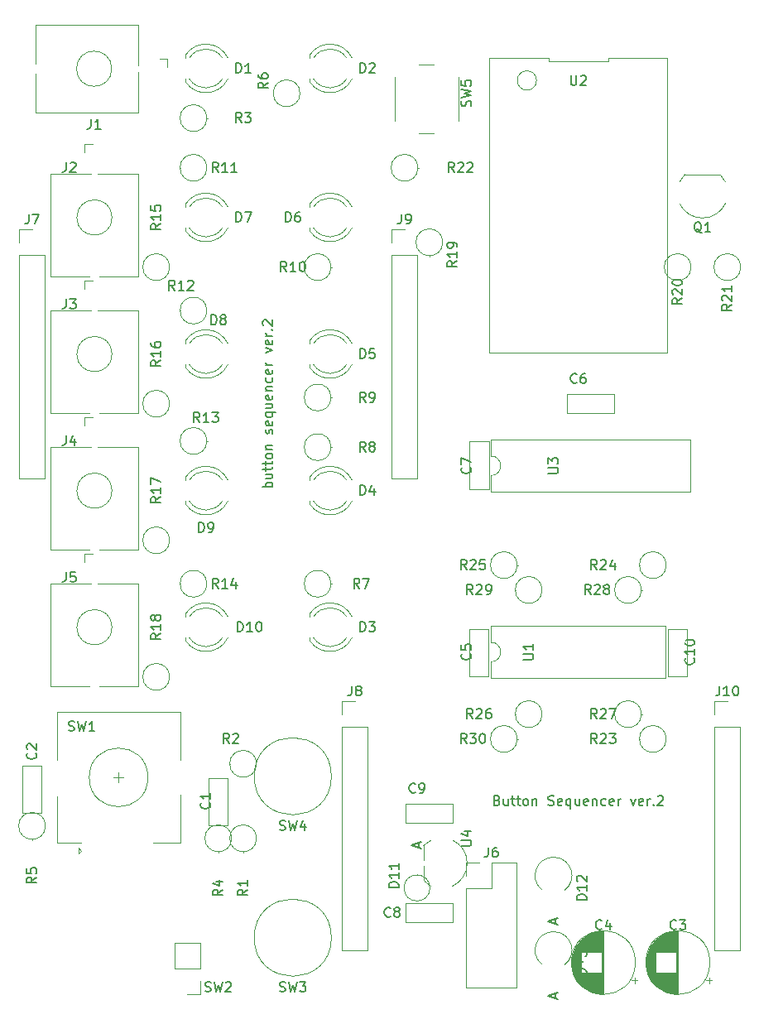
<source format=gto>
G04 #@! TF.GenerationSoftware,KiCad,Pcbnew,(5.1.8-0-10_14)*
G04 #@! TF.CreationDate,2023-03-10T16:16:57+09:00*
G04 #@! TF.ProjectId,ButtonSequencer,42757474-6f6e-4536-9571-75656e636572,rev?*
G04 #@! TF.SameCoordinates,Original*
G04 #@! TF.FileFunction,Legend,Top*
G04 #@! TF.FilePolarity,Positive*
%FSLAX46Y46*%
G04 Gerber Fmt 4.6, Leading zero omitted, Abs format (unit mm)*
G04 Created by KiCad (PCBNEW (5.1.8-0-10_14)) date 2023-03-10 16:16:57*
%MOMM*%
%LPD*%
G01*
G04 APERTURE LIST*
%ADD10C,0.150000*%
%ADD11C,0.120000*%
%ADD12C,3.200000*%
%ADD13C,9.000000*%
%ADD14R,1.800000X1.800000*%
%ADD15C,1.800000*%
%ADD16O,2.130000X2.500000*%
%ADD17R,1.830000X1.930000*%
%ADD18O,2.500000X2.130000*%
%ADD19R,1.930000X1.830000*%
%ADD20C,1.600000*%
%ADD21O,1.600000X1.600000*%
%ADD22R,2.500000X3.000000*%
%ADD23C,2.000000*%
%ADD24R,2.000000X2.000000*%
%ADD25O,1.700000X1.700000*%
%ADD26R,1.700000X1.700000*%
%ADD27C,1.524000*%
%ADD28O,3.300000X1.524000*%
%ADD29R,1.600000X1.600000*%
%ADD30O,2.000000X1.200000*%
%ADD31R,2.240000X2.240000*%
%ADD32O,2.240000X2.240000*%
%ADD33C,1.500000*%
%ADD34R,1.500000X1.500000*%
G04 APERTURE END LIST*
D10*
X90622380Y-108218809D02*
X89622380Y-108218809D01*
X90003333Y-108218809D02*
X89955714Y-108123571D01*
X89955714Y-107933095D01*
X90003333Y-107837857D01*
X90050952Y-107790238D01*
X90146190Y-107742619D01*
X90431904Y-107742619D01*
X90527142Y-107790238D01*
X90574761Y-107837857D01*
X90622380Y-107933095D01*
X90622380Y-108123571D01*
X90574761Y-108218809D01*
X89955714Y-106885476D02*
X90622380Y-106885476D01*
X89955714Y-107314047D02*
X90479523Y-107314047D01*
X90574761Y-107266428D01*
X90622380Y-107171190D01*
X90622380Y-107028333D01*
X90574761Y-106933095D01*
X90527142Y-106885476D01*
X89955714Y-106552142D02*
X89955714Y-106171190D01*
X89622380Y-106409285D02*
X90479523Y-106409285D01*
X90574761Y-106361666D01*
X90622380Y-106266428D01*
X90622380Y-106171190D01*
X89955714Y-105980714D02*
X89955714Y-105599761D01*
X89622380Y-105837857D02*
X90479523Y-105837857D01*
X90574761Y-105790238D01*
X90622380Y-105695000D01*
X90622380Y-105599761D01*
X90622380Y-105123571D02*
X90574761Y-105218809D01*
X90527142Y-105266428D01*
X90431904Y-105314047D01*
X90146190Y-105314047D01*
X90050952Y-105266428D01*
X90003333Y-105218809D01*
X89955714Y-105123571D01*
X89955714Y-104980714D01*
X90003333Y-104885476D01*
X90050952Y-104837857D01*
X90146190Y-104790238D01*
X90431904Y-104790238D01*
X90527142Y-104837857D01*
X90574761Y-104885476D01*
X90622380Y-104980714D01*
X90622380Y-105123571D01*
X89955714Y-104361666D02*
X90622380Y-104361666D01*
X90050952Y-104361666D02*
X90003333Y-104314047D01*
X89955714Y-104218809D01*
X89955714Y-104075952D01*
X90003333Y-103980714D01*
X90098571Y-103933095D01*
X90622380Y-103933095D01*
X90574761Y-102742619D02*
X90622380Y-102647380D01*
X90622380Y-102456904D01*
X90574761Y-102361666D01*
X90479523Y-102314047D01*
X90431904Y-102314047D01*
X90336666Y-102361666D01*
X90289047Y-102456904D01*
X90289047Y-102599761D01*
X90241428Y-102695000D01*
X90146190Y-102742619D01*
X90098571Y-102742619D01*
X90003333Y-102695000D01*
X89955714Y-102599761D01*
X89955714Y-102456904D01*
X90003333Y-102361666D01*
X90574761Y-101504523D02*
X90622380Y-101599761D01*
X90622380Y-101790238D01*
X90574761Y-101885476D01*
X90479523Y-101933095D01*
X90098571Y-101933095D01*
X90003333Y-101885476D01*
X89955714Y-101790238D01*
X89955714Y-101599761D01*
X90003333Y-101504523D01*
X90098571Y-101456904D01*
X90193809Y-101456904D01*
X90289047Y-101933095D01*
X89955714Y-100599761D02*
X90955714Y-100599761D01*
X90574761Y-100599761D02*
X90622380Y-100695000D01*
X90622380Y-100885476D01*
X90574761Y-100980714D01*
X90527142Y-101028333D01*
X90431904Y-101075952D01*
X90146190Y-101075952D01*
X90050952Y-101028333D01*
X90003333Y-100980714D01*
X89955714Y-100885476D01*
X89955714Y-100695000D01*
X90003333Y-100599761D01*
X89955714Y-99695000D02*
X90622380Y-99695000D01*
X89955714Y-100123571D02*
X90479523Y-100123571D01*
X90574761Y-100075952D01*
X90622380Y-99980714D01*
X90622380Y-99837857D01*
X90574761Y-99742619D01*
X90527142Y-99695000D01*
X90574761Y-98837857D02*
X90622380Y-98933095D01*
X90622380Y-99123571D01*
X90574761Y-99218809D01*
X90479523Y-99266428D01*
X90098571Y-99266428D01*
X90003333Y-99218809D01*
X89955714Y-99123571D01*
X89955714Y-98933095D01*
X90003333Y-98837857D01*
X90098571Y-98790238D01*
X90193809Y-98790238D01*
X90289047Y-99266428D01*
X89955714Y-98361666D02*
X90622380Y-98361666D01*
X90050952Y-98361666D02*
X90003333Y-98314047D01*
X89955714Y-98218809D01*
X89955714Y-98075952D01*
X90003333Y-97980714D01*
X90098571Y-97933095D01*
X90622380Y-97933095D01*
X90574761Y-97028333D02*
X90622380Y-97123571D01*
X90622380Y-97314047D01*
X90574761Y-97409285D01*
X90527142Y-97456904D01*
X90431904Y-97504523D01*
X90146190Y-97504523D01*
X90050952Y-97456904D01*
X90003333Y-97409285D01*
X89955714Y-97314047D01*
X89955714Y-97123571D01*
X90003333Y-97028333D01*
X90574761Y-96218809D02*
X90622380Y-96314047D01*
X90622380Y-96504523D01*
X90574761Y-96599761D01*
X90479523Y-96647380D01*
X90098571Y-96647380D01*
X90003333Y-96599761D01*
X89955714Y-96504523D01*
X89955714Y-96314047D01*
X90003333Y-96218809D01*
X90098571Y-96171190D01*
X90193809Y-96171190D01*
X90289047Y-96647380D01*
X90622380Y-95742619D02*
X89955714Y-95742619D01*
X90146190Y-95742619D02*
X90050952Y-95695000D01*
X90003333Y-95647380D01*
X89955714Y-95552142D01*
X89955714Y-95456904D01*
X89955714Y-94456904D02*
X90622380Y-94218809D01*
X89955714Y-93980714D01*
X90574761Y-93218809D02*
X90622380Y-93314047D01*
X90622380Y-93504523D01*
X90574761Y-93599761D01*
X90479523Y-93647380D01*
X90098571Y-93647380D01*
X90003333Y-93599761D01*
X89955714Y-93504523D01*
X89955714Y-93314047D01*
X90003333Y-93218809D01*
X90098571Y-93171190D01*
X90193809Y-93171190D01*
X90289047Y-93647380D01*
X90622380Y-92742619D02*
X89955714Y-92742619D01*
X90146190Y-92742619D02*
X90050952Y-92695000D01*
X90003333Y-92647380D01*
X89955714Y-92552142D01*
X89955714Y-92456904D01*
X90527142Y-92123571D02*
X90574761Y-92075952D01*
X90622380Y-92123571D01*
X90574761Y-92171190D01*
X90527142Y-92123571D01*
X90622380Y-92123571D01*
X89717619Y-91695000D02*
X89670000Y-91647380D01*
X89622380Y-91552142D01*
X89622380Y-91314047D01*
X89670000Y-91218809D01*
X89717619Y-91171190D01*
X89812857Y-91123571D01*
X89908095Y-91123571D01*
X90050952Y-91171190D01*
X90622380Y-91742619D01*
X90622380Y-91123571D01*
X113610476Y-140263571D02*
X113753333Y-140311190D01*
X113800952Y-140358809D01*
X113848571Y-140454047D01*
X113848571Y-140596904D01*
X113800952Y-140692142D01*
X113753333Y-140739761D01*
X113658095Y-140787380D01*
X113277142Y-140787380D01*
X113277142Y-139787380D01*
X113610476Y-139787380D01*
X113705714Y-139835000D01*
X113753333Y-139882619D01*
X113800952Y-139977857D01*
X113800952Y-140073095D01*
X113753333Y-140168333D01*
X113705714Y-140215952D01*
X113610476Y-140263571D01*
X113277142Y-140263571D01*
X114705714Y-140120714D02*
X114705714Y-140787380D01*
X114277142Y-140120714D02*
X114277142Y-140644523D01*
X114324761Y-140739761D01*
X114420000Y-140787380D01*
X114562857Y-140787380D01*
X114658095Y-140739761D01*
X114705714Y-140692142D01*
X115039047Y-140120714D02*
X115420000Y-140120714D01*
X115181904Y-139787380D02*
X115181904Y-140644523D01*
X115229523Y-140739761D01*
X115324761Y-140787380D01*
X115420000Y-140787380D01*
X115610476Y-140120714D02*
X115991428Y-140120714D01*
X115753333Y-139787380D02*
X115753333Y-140644523D01*
X115800952Y-140739761D01*
X115896190Y-140787380D01*
X115991428Y-140787380D01*
X116467619Y-140787380D02*
X116372380Y-140739761D01*
X116324761Y-140692142D01*
X116277142Y-140596904D01*
X116277142Y-140311190D01*
X116324761Y-140215952D01*
X116372380Y-140168333D01*
X116467619Y-140120714D01*
X116610476Y-140120714D01*
X116705714Y-140168333D01*
X116753333Y-140215952D01*
X116800952Y-140311190D01*
X116800952Y-140596904D01*
X116753333Y-140692142D01*
X116705714Y-140739761D01*
X116610476Y-140787380D01*
X116467619Y-140787380D01*
X117229523Y-140120714D02*
X117229523Y-140787380D01*
X117229523Y-140215952D02*
X117277142Y-140168333D01*
X117372380Y-140120714D01*
X117515238Y-140120714D01*
X117610476Y-140168333D01*
X117658095Y-140263571D01*
X117658095Y-140787380D01*
X118848571Y-140739761D02*
X118991428Y-140787380D01*
X119229523Y-140787380D01*
X119324761Y-140739761D01*
X119372380Y-140692142D01*
X119420000Y-140596904D01*
X119420000Y-140501666D01*
X119372380Y-140406428D01*
X119324761Y-140358809D01*
X119229523Y-140311190D01*
X119039047Y-140263571D01*
X118943809Y-140215952D01*
X118896190Y-140168333D01*
X118848571Y-140073095D01*
X118848571Y-139977857D01*
X118896190Y-139882619D01*
X118943809Y-139835000D01*
X119039047Y-139787380D01*
X119277142Y-139787380D01*
X119420000Y-139835000D01*
X120229523Y-140739761D02*
X120134285Y-140787380D01*
X119943809Y-140787380D01*
X119848571Y-140739761D01*
X119800952Y-140644523D01*
X119800952Y-140263571D01*
X119848571Y-140168333D01*
X119943809Y-140120714D01*
X120134285Y-140120714D01*
X120229523Y-140168333D01*
X120277142Y-140263571D01*
X120277142Y-140358809D01*
X119800952Y-140454047D01*
X121134285Y-140120714D02*
X121134285Y-141120714D01*
X121134285Y-140739761D02*
X121039047Y-140787380D01*
X120848571Y-140787380D01*
X120753333Y-140739761D01*
X120705714Y-140692142D01*
X120658095Y-140596904D01*
X120658095Y-140311190D01*
X120705714Y-140215952D01*
X120753333Y-140168333D01*
X120848571Y-140120714D01*
X121039047Y-140120714D01*
X121134285Y-140168333D01*
X122039047Y-140120714D02*
X122039047Y-140787380D01*
X121610476Y-140120714D02*
X121610476Y-140644523D01*
X121658095Y-140739761D01*
X121753333Y-140787380D01*
X121896190Y-140787380D01*
X121991428Y-140739761D01*
X122039047Y-140692142D01*
X122896190Y-140739761D02*
X122800952Y-140787380D01*
X122610476Y-140787380D01*
X122515238Y-140739761D01*
X122467619Y-140644523D01*
X122467619Y-140263571D01*
X122515238Y-140168333D01*
X122610476Y-140120714D01*
X122800952Y-140120714D01*
X122896190Y-140168333D01*
X122943809Y-140263571D01*
X122943809Y-140358809D01*
X122467619Y-140454047D01*
X123372380Y-140120714D02*
X123372380Y-140787380D01*
X123372380Y-140215952D02*
X123419999Y-140168333D01*
X123515238Y-140120714D01*
X123658095Y-140120714D01*
X123753333Y-140168333D01*
X123800952Y-140263571D01*
X123800952Y-140787380D01*
X124705714Y-140739761D02*
X124610476Y-140787380D01*
X124419999Y-140787380D01*
X124324761Y-140739761D01*
X124277142Y-140692142D01*
X124229523Y-140596904D01*
X124229523Y-140311190D01*
X124277142Y-140215952D01*
X124324761Y-140168333D01*
X124419999Y-140120714D01*
X124610476Y-140120714D01*
X124705714Y-140168333D01*
X125515238Y-140739761D02*
X125419999Y-140787380D01*
X125229523Y-140787380D01*
X125134285Y-140739761D01*
X125086666Y-140644523D01*
X125086666Y-140263571D01*
X125134285Y-140168333D01*
X125229523Y-140120714D01*
X125419999Y-140120714D01*
X125515238Y-140168333D01*
X125562857Y-140263571D01*
X125562857Y-140358809D01*
X125086666Y-140454047D01*
X125991428Y-140787380D02*
X125991428Y-140120714D01*
X125991428Y-140311190D02*
X126039047Y-140215952D01*
X126086666Y-140168333D01*
X126181904Y-140120714D01*
X126277142Y-140120714D01*
X127277142Y-140120714D02*
X127515238Y-140787380D01*
X127753333Y-140120714D01*
X128515238Y-140739761D02*
X128419999Y-140787380D01*
X128229523Y-140787380D01*
X128134285Y-140739761D01*
X128086666Y-140644523D01*
X128086666Y-140263571D01*
X128134285Y-140168333D01*
X128229523Y-140120714D01*
X128419999Y-140120714D01*
X128515238Y-140168333D01*
X128562857Y-140263571D01*
X128562857Y-140358809D01*
X128086666Y-140454047D01*
X128991428Y-140787380D02*
X128991428Y-140120714D01*
X128991428Y-140311190D02*
X129039047Y-140215952D01*
X129086666Y-140168333D01*
X129181904Y-140120714D01*
X129277142Y-140120714D01*
X129610476Y-140692142D02*
X129658095Y-140739761D01*
X129610476Y-140787380D01*
X129562857Y-140739761D01*
X129610476Y-140692142D01*
X129610476Y-140787380D01*
X130039047Y-139882619D02*
X130086666Y-139835000D01*
X130181904Y-139787380D01*
X130419999Y-139787380D01*
X130515238Y-139835000D01*
X130562857Y-139882619D01*
X130610476Y-139977857D01*
X130610476Y-140073095D01*
X130562857Y-140215952D01*
X129991428Y-140787380D01*
X130610476Y-140787380D01*
D11*
X81760000Y-64006000D02*
X81760000Y-64325000D01*
X81760000Y-66485000D02*
X81760000Y-66804000D01*
X86063242Y-64324276D02*
G75*
G03*
X81760000Y-64006251I-2243242J-1080724D01*
G01*
X86063242Y-66485724D02*
G75*
G02*
X81760000Y-66803749I-2243242J1080724D01*
G01*
X85502713Y-64324039D02*
G75*
G03*
X82136670Y-64325000I-1682713J-1080961D01*
G01*
X85502713Y-66485961D02*
G75*
G02*
X82136670Y-66485000I-1682713J1080961D01*
G01*
X94460000Y-64006000D02*
X94460000Y-64325000D01*
X94460000Y-66485000D02*
X94460000Y-66804000D01*
X98763242Y-64324276D02*
G75*
G03*
X94460000Y-64006251I-2243242J-1080724D01*
G01*
X98763242Y-66485724D02*
G75*
G02*
X94460000Y-66803749I-2243242J1080724D01*
G01*
X98202713Y-64324039D02*
G75*
G03*
X94836670Y-64325000I-1682713J-1080961D01*
G01*
X98202713Y-66485961D02*
G75*
G02*
X94836670Y-66485000I-1682713J1080961D01*
G01*
X94460000Y-121156000D02*
X94460000Y-121475000D01*
X94460000Y-123635000D02*
X94460000Y-123954000D01*
X98763242Y-121474276D02*
G75*
G03*
X94460000Y-121156251I-2243242J-1080724D01*
G01*
X98763242Y-123635724D02*
G75*
G02*
X94460000Y-123953749I-2243242J1080724D01*
G01*
X98202713Y-121474039D02*
G75*
G03*
X94836670Y-121475000I-1682713J-1080961D01*
G01*
X98202713Y-123635961D02*
G75*
G02*
X94836670Y-123635000I-1682713J1080961D01*
G01*
X94460000Y-109665000D02*
X94460000Y-109984000D01*
X94460000Y-107186000D02*
X94460000Y-107505000D01*
X98202713Y-109665961D02*
G75*
G02*
X94836670Y-109665000I-1682713J1080961D01*
G01*
X98202713Y-107504039D02*
G75*
G03*
X94836670Y-107505000I-1682713J-1080961D01*
G01*
X98763242Y-109665724D02*
G75*
G02*
X94460000Y-109983749I-2243242J1080724D01*
G01*
X98763242Y-107504276D02*
G75*
G03*
X94460000Y-107186251I-2243242J-1080724D01*
G01*
X94460000Y-93216000D02*
X94460000Y-93535000D01*
X94460000Y-95695000D02*
X94460000Y-96014000D01*
X98763242Y-93534276D02*
G75*
G03*
X94460000Y-93216251I-2243242J-1080724D01*
G01*
X98763242Y-95695724D02*
G75*
G02*
X94460000Y-96013749I-2243242J1080724D01*
G01*
X98202713Y-93534039D02*
G75*
G03*
X94836670Y-93535000I-1682713J-1080961D01*
G01*
X98202713Y-95695961D02*
G75*
G02*
X94836670Y-95695000I-1682713J1080961D01*
G01*
X94460000Y-81725000D02*
X94460000Y-82044000D01*
X94460000Y-79246000D02*
X94460000Y-79565000D01*
X98202713Y-81725961D02*
G75*
G02*
X94836670Y-81725000I-1682713J1080961D01*
G01*
X98202713Y-79564039D02*
G75*
G03*
X94836670Y-79565000I-1682713J-1080961D01*
G01*
X98763242Y-81725724D02*
G75*
G02*
X94460000Y-82043749I-2243242J1080724D01*
G01*
X98763242Y-79564276D02*
G75*
G03*
X94460000Y-79246251I-2243242J-1080724D01*
G01*
X81760000Y-81725000D02*
X81760000Y-82044000D01*
X81760000Y-79246000D02*
X81760000Y-79565000D01*
X85502713Y-81725961D02*
G75*
G02*
X82136670Y-81725000I-1682713J1080961D01*
G01*
X85502713Y-79564039D02*
G75*
G03*
X82136670Y-79565000I-1682713J-1080961D01*
G01*
X86063242Y-81725724D02*
G75*
G02*
X81760000Y-82043749I-2243242J1080724D01*
G01*
X86063242Y-79564276D02*
G75*
G03*
X81760000Y-79246251I-2243242J-1080724D01*
G01*
X81760000Y-95695000D02*
X81760000Y-96014000D01*
X81760000Y-93216000D02*
X81760000Y-93535000D01*
X85502713Y-95695961D02*
G75*
G02*
X82136670Y-95695000I-1682713J1080961D01*
G01*
X85502713Y-93534039D02*
G75*
G03*
X82136670Y-93535000I-1682713J-1080961D01*
G01*
X86063242Y-95695724D02*
G75*
G02*
X81760000Y-96013749I-2243242J1080724D01*
G01*
X86063242Y-93534276D02*
G75*
G03*
X81760000Y-93216251I-2243242J-1080724D01*
G01*
X81760000Y-109665000D02*
X81760000Y-109984000D01*
X81760000Y-107186000D02*
X81760000Y-107505000D01*
X85502713Y-109665961D02*
G75*
G02*
X82136670Y-109665000I-1682713J1080961D01*
G01*
X85502713Y-107504039D02*
G75*
G03*
X82136670Y-107505000I-1682713J-1080961D01*
G01*
X86063242Y-109665724D02*
G75*
G02*
X81760000Y-109983749I-2243242J1080724D01*
G01*
X86063242Y-107504276D02*
G75*
G03*
X81760000Y-107186251I-2243242J-1080724D01*
G01*
X81760000Y-121156000D02*
X81760000Y-121475000D01*
X81760000Y-123635000D02*
X81760000Y-123954000D01*
X86063242Y-121474276D02*
G75*
G03*
X81760000Y-121156251I-2243242J-1080724D01*
G01*
X86063242Y-123635724D02*
G75*
G02*
X81760000Y-123953749I-2243242J1080724D01*
G01*
X85502713Y-121474039D02*
G75*
G03*
X82136670Y-121475000I-1682713J-1080961D01*
G01*
X85502713Y-123635961D02*
G75*
G02*
X82136670Y-123635000I-1682713J1080961D01*
G01*
X79870000Y-64375000D02*
X79870000Y-65235000D01*
X66390000Y-64935000D02*
X66390000Y-60935000D01*
X76890000Y-60935000D02*
X66390000Y-60935000D01*
X76890000Y-69935000D02*
X66390000Y-69935000D01*
X66390000Y-69935000D02*
X66390000Y-65935000D01*
X74190000Y-65435000D02*
G75*
G03*
X74190000Y-65435000I-1800000J0D01*
G01*
X79870000Y-64375000D02*
X79070000Y-64375000D01*
X76890000Y-65085000D02*
X76890000Y-60935000D01*
X76890000Y-69935000D02*
X76890000Y-65785000D01*
X71360000Y-73165000D02*
X72220000Y-73165000D01*
X71920000Y-86645000D02*
X67920000Y-86645000D01*
X67920000Y-76145000D02*
X67920000Y-86645000D01*
X76920000Y-76145000D02*
X76920000Y-86645000D01*
X76920000Y-86645000D02*
X72920000Y-86645000D01*
X74220000Y-80645000D02*
G75*
G03*
X74220000Y-80645000I-1800000J0D01*
G01*
X71360000Y-73165000D02*
X71360000Y-73965000D01*
X72070000Y-76145000D02*
X67920000Y-76145000D01*
X76920000Y-76145000D02*
X72770000Y-76145000D01*
X76920000Y-90115000D02*
X72770000Y-90115000D01*
X72070000Y-90115000D02*
X67920000Y-90115000D01*
X71360000Y-87135000D02*
X71360000Y-87935000D01*
X74220000Y-94615000D02*
G75*
G03*
X74220000Y-94615000I-1800000J0D01*
G01*
X76920000Y-100615000D02*
X72920000Y-100615000D01*
X76920000Y-90115000D02*
X76920000Y-100615000D01*
X67920000Y-90115000D02*
X67920000Y-100615000D01*
X71920000Y-100615000D02*
X67920000Y-100615000D01*
X71360000Y-87135000D02*
X72220000Y-87135000D01*
X71360000Y-101105000D02*
X72220000Y-101105000D01*
X71920000Y-114585000D02*
X67920000Y-114585000D01*
X67920000Y-104085000D02*
X67920000Y-114585000D01*
X76920000Y-104085000D02*
X76920000Y-114585000D01*
X76920000Y-114585000D02*
X72920000Y-114585000D01*
X74220000Y-108585000D02*
G75*
G03*
X74220000Y-108585000I-1800000J0D01*
G01*
X71360000Y-101105000D02*
X71360000Y-101905000D01*
X72070000Y-104085000D02*
X67920000Y-104085000D01*
X76920000Y-104085000D02*
X72770000Y-104085000D01*
X76920000Y-118055000D02*
X72770000Y-118055000D01*
X72070000Y-118055000D02*
X67920000Y-118055000D01*
X71360000Y-115075000D02*
X71360000Y-115875000D01*
X74220000Y-122555000D02*
G75*
G03*
X74220000Y-122555000I-1800000J0D01*
G01*
X76920000Y-128555000D02*
X72920000Y-128555000D01*
X76920000Y-118055000D02*
X76920000Y-128555000D01*
X67920000Y-118055000D02*
X67920000Y-128555000D01*
X71920000Y-128555000D02*
X67920000Y-128555000D01*
X71360000Y-115075000D02*
X72220000Y-115075000D01*
X89000000Y-144145000D02*
G75*
G03*
X89000000Y-144145000I-1370000J0D01*
G01*
X87630000Y-145515000D02*
X87630000Y-145585000D01*
X86260000Y-136525000D02*
X86190000Y-136525000D01*
X89000000Y-136525000D02*
G75*
G03*
X89000000Y-136525000I-1370000J0D01*
G01*
X83920000Y-70485000D02*
G75*
G03*
X83920000Y-70485000I-1370000J0D01*
G01*
X83920000Y-70485000D02*
X83990000Y-70485000D01*
X85090000Y-145515000D02*
X85090000Y-145585000D01*
X86460000Y-144145000D02*
G75*
G03*
X86460000Y-144145000I-1370000J0D01*
G01*
X66040000Y-144245000D02*
X66040000Y-144315000D01*
X67410000Y-142875000D02*
G75*
G03*
X67410000Y-142875000I-1370000J0D01*
G01*
X93445000Y-67945000D02*
G75*
G03*
X93445000Y-67945000I-1370000J0D01*
G01*
X92075000Y-66575000D02*
X92075000Y-66505000D01*
X96620000Y-118110000D02*
G75*
G03*
X96620000Y-118110000I-1370000J0D01*
G01*
X96620000Y-118110000D02*
X96690000Y-118110000D01*
X96620000Y-104140000D02*
X96690000Y-104140000D01*
X96620000Y-104140000D02*
G75*
G03*
X96620000Y-104140000I-1370000J0D01*
G01*
X96620000Y-99060000D02*
G75*
G03*
X96620000Y-99060000I-1370000J0D01*
G01*
X96620000Y-99060000D02*
X96690000Y-99060000D01*
X96620000Y-85725000D02*
X96690000Y-85725000D01*
X96620000Y-85725000D02*
G75*
G03*
X96620000Y-85725000I-1370000J0D01*
G01*
X83920000Y-75565000D02*
G75*
G03*
X83920000Y-75565000I-1370000J0D01*
G01*
X81180000Y-75565000D02*
X81110000Y-75565000D01*
X83920000Y-90170000D02*
G75*
G03*
X83920000Y-90170000I-1370000J0D01*
G01*
X81180000Y-90170000D02*
X81110000Y-90170000D01*
X83920000Y-103505000D02*
X83990000Y-103505000D01*
X83920000Y-103505000D02*
G75*
G03*
X83920000Y-103505000I-1370000J0D01*
G01*
X83920000Y-118110000D02*
G75*
G03*
X83920000Y-118110000I-1370000J0D01*
G01*
X81180000Y-118110000D02*
X81110000Y-118110000D01*
X78740000Y-84355000D02*
X78740000Y-84285000D01*
X80110000Y-85725000D02*
G75*
G03*
X80110000Y-85725000I-1370000J0D01*
G01*
X78740000Y-98325000D02*
X78740000Y-98255000D01*
X80110000Y-99695000D02*
G75*
G03*
X80110000Y-99695000I-1370000J0D01*
G01*
X78740000Y-112295000D02*
X78740000Y-112225000D01*
X80110000Y-113665000D02*
G75*
G03*
X80110000Y-113665000I-1370000J0D01*
G01*
X80110000Y-127635000D02*
G75*
G03*
X80110000Y-127635000I-1370000J0D01*
G01*
X78740000Y-126265000D02*
X78740000Y-126195000D01*
X74890000Y-138415000D02*
X74890000Y-137415000D01*
X74390000Y-137915000D02*
X75390000Y-137915000D01*
X70790000Y-145115000D02*
X71090000Y-145415000D01*
X70790000Y-145715000D02*
X70790000Y-145115000D01*
X71090000Y-145415000D02*
X70790000Y-145715000D01*
X68590000Y-144615000D02*
X71090000Y-144615000D01*
X68590000Y-139815000D02*
X68590000Y-144615000D01*
X81190000Y-144615000D02*
X78390000Y-144615000D01*
X81190000Y-139715000D02*
X81190000Y-144615000D01*
X81190000Y-131215000D02*
X81190000Y-136115000D01*
X68590000Y-131215000D02*
X81190000Y-131215000D01*
X68590000Y-136115000D02*
X68590000Y-131215000D01*
X77890000Y-137915000D02*
G75*
G03*
X77890000Y-137915000I-3000000J0D01*
G01*
X83245000Y-154880000D02*
X80585000Y-154880000D01*
X83245000Y-157480000D02*
X83245000Y-154880000D01*
X80585000Y-157480000D02*
X80585000Y-154880000D01*
X83245000Y-157480000D02*
X80585000Y-157480000D01*
X83245000Y-158750000D02*
X83245000Y-160080000D01*
X83245000Y-160080000D02*
X81915000Y-160080000D01*
X84060000Y-142805000D02*
X86060000Y-142805000D01*
X86060000Y-142805000D02*
X86060000Y-137965000D01*
X86060000Y-137965000D02*
X84060000Y-137965000D01*
X84060000Y-137965000D02*
X84060000Y-142805000D01*
X65010000Y-136695000D02*
X65010000Y-141535000D01*
X67010000Y-136695000D02*
X65010000Y-136695000D01*
X67010000Y-141535000D02*
X67010000Y-136695000D01*
X65010000Y-141535000D02*
X67010000Y-141535000D01*
X64710000Y-107375000D02*
X67370000Y-107375000D01*
X64710000Y-84455000D02*
X64710000Y-107375000D01*
X67370000Y-84455000D02*
X67370000Y-107375000D01*
X64710000Y-84455000D02*
X67370000Y-84455000D01*
X64710000Y-83185000D02*
X64710000Y-81855000D01*
X64710000Y-81855000D02*
X66040000Y-81855000D01*
X97730000Y-130115000D02*
X99060000Y-130115000D01*
X97730000Y-131445000D02*
X97730000Y-130115000D01*
X97730000Y-132715000D02*
X100390000Y-132715000D01*
X100390000Y-132715000D02*
X100390000Y-155635000D01*
X97730000Y-132715000D02*
X97730000Y-155635000D01*
X97730000Y-155635000D02*
X100390000Y-155635000D01*
X96660000Y-154305000D02*
G75*
G03*
X96660000Y-154305000I-3950000J0D01*
G01*
X96660000Y-137795000D02*
G75*
G03*
X96660000Y-137795000I-3950000J0D01*
G01*
X112970000Y-122445000D02*
X112970000Y-124095000D01*
X130870000Y-122445000D02*
X112970000Y-122445000D01*
X130870000Y-127745000D02*
X130870000Y-122445000D01*
X112970000Y-127745000D02*
X130870000Y-127745000D01*
X112970000Y-126095000D02*
X112970000Y-127745000D01*
X112970000Y-124095000D02*
G75*
G02*
X112970000Y-126095000I0J-1000000D01*
G01*
X135285241Y-158999000D02*
X135285241Y-158369000D01*
X135600241Y-158684000D02*
X134970241Y-158684000D01*
X128859000Y-157247000D02*
X128859000Y-156443000D01*
X128899000Y-157478000D02*
X128899000Y-156212000D01*
X128939000Y-157647000D02*
X128939000Y-156043000D01*
X128979000Y-157785000D02*
X128979000Y-155905000D01*
X129019000Y-157904000D02*
X129019000Y-155786000D01*
X129059000Y-158010000D02*
X129059000Y-155680000D01*
X129099000Y-158107000D02*
X129099000Y-155583000D01*
X129139000Y-158195000D02*
X129139000Y-155495000D01*
X129179000Y-158277000D02*
X129179000Y-155413000D01*
X129219000Y-158354000D02*
X129219000Y-155336000D01*
X129259000Y-158426000D02*
X129259000Y-155264000D01*
X129299000Y-158495000D02*
X129299000Y-155195000D01*
X129339000Y-158559000D02*
X129339000Y-155131000D01*
X129379000Y-158621000D02*
X129379000Y-155069000D01*
X129419000Y-158679000D02*
X129419000Y-155011000D01*
X129459000Y-158735000D02*
X129459000Y-154955000D01*
X129499000Y-158789000D02*
X129499000Y-154901000D01*
X129539000Y-158840000D02*
X129539000Y-154850000D01*
X129579000Y-158889000D02*
X129579000Y-154801000D01*
X129619000Y-158937000D02*
X129619000Y-154753000D01*
X129659000Y-158982000D02*
X129659000Y-154708000D01*
X129699000Y-159027000D02*
X129699000Y-154663000D01*
X129739000Y-159069000D02*
X129739000Y-154621000D01*
X129779000Y-159110000D02*
X129779000Y-154580000D01*
X129819000Y-155805000D02*
X129819000Y-154540000D01*
X129819000Y-159150000D02*
X129819000Y-157885000D01*
X129859000Y-155805000D02*
X129859000Y-154502000D01*
X129859000Y-159188000D02*
X129859000Y-157885000D01*
X129899000Y-155805000D02*
X129899000Y-154465000D01*
X129899000Y-159225000D02*
X129899000Y-157885000D01*
X129939000Y-155805000D02*
X129939000Y-154429000D01*
X129939000Y-159261000D02*
X129939000Y-157885000D01*
X129979000Y-155805000D02*
X129979000Y-154395000D01*
X129979000Y-159295000D02*
X129979000Y-157885000D01*
X130019000Y-155805000D02*
X130019000Y-154361000D01*
X130019000Y-159329000D02*
X130019000Y-157885000D01*
X130059000Y-155805000D02*
X130059000Y-154329000D01*
X130059000Y-159361000D02*
X130059000Y-157885000D01*
X130099000Y-155805000D02*
X130099000Y-154297000D01*
X130099000Y-159393000D02*
X130099000Y-157885000D01*
X130139000Y-155805000D02*
X130139000Y-154267000D01*
X130139000Y-159423000D02*
X130139000Y-157885000D01*
X130179000Y-155805000D02*
X130179000Y-154238000D01*
X130179000Y-159452000D02*
X130179000Y-157885000D01*
X130219000Y-155805000D02*
X130219000Y-154209000D01*
X130219000Y-159481000D02*
X130219000Y-157885000D01*
X130259000Y-155805000D02*
X130259000Y-154181000D01*
X130259000Y-159509000D02*
X130259000Y-157885000D01*
X130299000Y-155805000D02*
X130299000Y-154155000D01*
X130299000Y-159535000D02*
X130299000Y-157885000D01*
X130339000Y-155805000D02*
X130339000Y-154129000D01*
X130339000Y-159561000D02*
X130339000Y-157885000D01*
X130379000Y-155805000D02*
X130379000Y-154103000D01*
X130379000Y-159587000D02*
X130379000Y-157885000D01*
X130419000Y-155805000D02*
X130419000Y-154079000D01*
X130419000Y-159611000D02*
X130419000Y-157885000D01*
X130459000Y-155805000D02*
X130459000Y-154055000D01*
X130459000Y-159635000D02*
X130459000Y-157885000D01*
X130499000Y-155805000D02*
X130499000Y-154033000D01*
X130499000Y-159657000D02*
X130499000Y-157885000D01*
X130539000Y-155805000D02*
X130539000Y-154011000D01*
X130539000Y-159679000D02*
X130539000Y-157885000D01*
X130579000Y-155805000D02*
X130579000Y-153989000D01*
X130579000Y-159701000D02*
X130579000Y-157885000D01*
X130619000Y-155805000D02*
X130619000Y-153969000D01*
X130619000Y-159721000D02*
X130619000Y-157885000D01*
X130659000Y-155805000D02*
X130659000Y-153949000D01*
X130659000Y-159741000D02*
X130659000Y-157885000D01*
X130699000Y-155805000D02*
X130699000Y-153929000D01*
X130699000Y-159761000D02*
X130699000Y-157885000D01*
X130739000Y-155805000D02*
X130739000Y-153911000D01*
X130739000Y-159779000D02*
X130739000Y-157885000D01*
X130779000Y-155805000D02*
X130779000Y-153893000D01*
X130779000Y-159797000D02*
X130779000Y-157885000D01*
X130819000Y-155805000D02*
X130819000Y-153875000D01*
X130819000Y-159815000D02*
X130819000Y-157885000D01*
X130859000Y-155805000D02*
X130859000Y-153859000D01*
X130859000Y-159831000D02*
X130859000Y-157885000D01*
X130899000Y-155805000D02*
X130899000Y-153843000D01*
X130899000Y-159847000D02*
X130899000Y-157885000D01*
X130939000Y-155805000D02*
X130939000Y-153827000D01*
X130939000Y-159863000D02*
X130939000Y-157885000D01*
X130979000Y-155805000D02*
X130979000Y-153812000D01*
X130979000Y-159878000D02*
X130979000Y-157885000D01*
X131019000Y-155805000D02*
X131019000Y-153798000D01*
X131019000Y-159892000D02*
X131019000Y-157885000D01*
X131059000Y-155805000D02*
X131059000Y-153784000D01*
X131059000Y-159906000D02*
X131059000Y-157885000D01*
X131099000Y-155805000D02*
X131099000Y-153771000D01*
X131099000Y-159919000D02*
X131099000Y-157885000D01*
X131139000Y-155805000D02*
X131139000Y-153759000D01*
X131139000Y-159931000D02*
X131139000Y-157885000D01*
X131179000Y-155805000D02*
X131179000Y-153747000D01*
X131179000Y-159943000D02*
X131179000Y-157885000D01*
X131219000Y-155805000D02*
X131219000Y-153735000D01*
X131219000Y-159955000D02*
X131219000Y-157885000D01*
X131259000Y-155805000D02*
X131259000Y-153724000D01*
X131259000Y-159966000D02*
X131259000Y-157885000D01*
X131299000Y-155805000D02*
X131299000Y-153714000D01*
X131299000Y-159976000D02*
X131299000Y-157885000D01*
X131339000Y-155805000D02*
X131339000Y-153704000D01*
X131339000Y-159986000D02*
X131339000Y-157885000D01*
X131379000Y-155805000D02*
X131379000Y-153695000D01*
X131379000Y-159995000D02*
X131379000Y-157885000D01*
X131420000Y-155805000D02*
X131420000Y-153686000D01*
X131420000Y-160004000D02*
X131420000Y-157885000D01*
X131460000Y-155805000D02*
X131460000Y-153678000D01*
X131460000Y-160012000D02*
X131460000Y-157885000D01*
X131500000Y-155805000D02*
X131500000Y-153670000D01*
X131500000Y-160020000D02*
X131500000Y-157885000D01*
X131540000Y-155805000D02*
X131540000Y-153663000D01*
X131540000Y-160027000D02*
X131540000Y-157885000D01*
X131580000Y-155805000D02*
X131580000Y-153656000D01*
X131580000Y-160034000D02*
X131580000Y-157885000D01*
X131620000Y-155805000D02*
X131620000Y-153650000D01*
X131620000Y-160040000D02*
X131620000Y-157885000D01*
X131660000Y-155805000D02*
X131660000Y-153644000D01*
X131660000Y-160046000D02*
X131660000Y-157885000D01*
X131700000Y-155805000D02*
X131700000Y-153639000D01*
X131700000Y-160051000D02*
X131700000Y-157885000D01*
X131740000Y-155805000D02*
X131740000Y-153634000D01*
X131740000Y-160056000D02*
X131740000Y-157885000D01*
X131780000Y-155805000D02*
X131780000Y-153630000D01*
X131780000Y-160060000D02*
X131780000Y-157885000D01*
X131820000Y-155805000D02*
X131820000Y-153627000D01*
X131820000Y-160063000D02*
X131820000Y-157885000D01*
X131860000Y-155805000D02*
X131860000Y-153623000D01*
X131860000Y-160067000D02*
X131860000Y-157885000D01*
X131900000Y-160069000D02*
X131900000Y-153621000D01*
X131940000Y-160072000D02*
X131940000Y-153618000D01*
X131980000Y-160073000D02*
X131980000Y-153617000D01*
X132020000Y-160075000D02*
X132020000Y-153615000D01*
X132060000Y-160075000D02*
X132060000Y-153615000D01*
X132100000Y-160075000D02*
X132100000Y-153615000D01*
X135370000Y-156845000D02*
G75*
G03*
X135370000Y-156845000I-3270000J0D01*
G01*
X127750000Y-156845000D02*
G75*
G03*
X127750000Y-156845000I-3270000J0D01*
G01*
X124480000Y-160075000D02*
X124480000Y-153615000D01*
X124440000Y-160075000D02*
X124440000Y-153615000D01*
X124400000Y-160075000D02*
X124400000Y-153615000D01*
X124360000Y-160073000D02*
X124360000Y-153617000D01*
X124320000Y-160072000D02*
X124320000Y-153618000D01*
X124280000Y-160069000D02*
X124280000Y-153621000D01*
X124240000Y-160067000D02*
X124240000Y-157885000D01*
X124240000Y-155805000D02*
X124240000Y-153623000D01*
X124200000Y-160063000D02*
X124200000Y-157885000D01*
X124200000Y-155805000D02*
X124200000Y-153627000D01*
X124160000Y-160060000D02*
X124160000Y-157885000D01*
X124160000Y-155805000D02*
X124160000Y-153630000D01*
X124120000Y-160056000D02*
X124120000Y-157885000D01*
X124120000Y-155805000D02*
X124120000Y-153634000D01*
X124080000Y-160051000D02*
X124080000Y-157885000D01*
X124080000Y-155805000D02*
X124080000Y-153639000D01*
X124040000Y-160046000D02*
X124040000Y-157885000D01*
X124040000Y-155805000D02*
X124040000Y-153644000D01*
X124000000Y-160040000D02*
X124000000Y-157885000D01*
X124000000Y-155805000D02*
X124000000Y-153650000D01*
X123960000Y-160034000D02*
X123960000Y-157885000D01*
X123960000Y-155805000D02*
X123960000Y-153656000D01*
X123920000Y-160027000D02*
X123920000Y-157885000D01*
X123920000Y-155805000D02*
X123920000Y-153663000D01*
X123880000Y-160020000D02*
X123880000Y-157885000D01*
X123880000Y-155805000D02*
X123880000Y-153670000D01*
X123840000Y-160012000D02*
X123840000Y-157885000D01*
X123840000Y-155805000D02*
X123840000Y-153678000D01*
X123800000Y-160004000D02*
X123800000Y-157885000D01*
X123800000Y-155805000D02*
X123800000Y-153686000D01*
X123759000Y-159995000D02*
X123759000Y-157885000D01*
X123759000Y-155805000D02*
X123759000Y-153695000D01*
X123719000Y-159986000D02*
X123719000Y-157885000D01*
X123719000Y-155805000D02*
X123719000Y-153704000D01*
X123679000Y-159976000D02*
X123679000Y-157885000D01*
X123679000Y-155805000D02*
X123679000Y-153714000D01*
X123639000Y-159966000D02*
X123639000Y-157885000D01*
X123639000Y-155805000D02*
X123639000Y-153724000D01*
X123599000Y-159955000D02*
X123599000Y-157885000D01*
X123599000Y-155805000D02*
X123599000Y-153735000D01*
X123559000Y-159943000D02*
X123559000Y-157885000D01*
X123559000Y-155805000D02*
X123559000Y-153747000D01*
X123519000Y-159931000D02*
X123519000Y-157885000D01*
X123519000Y-155805000D02*
X123519000Y-153759000D01*
X123479000Y-159919000D02*
X123479000Y-157885000D01*
X123479000Y-155805000D02*
X123479000Y-153771000D01*
X123439000Y-159906000D02*
X123439000Y-157885000D01*
X123439000Y-155805000D02*
X123439000Y-153784000D01*
X123399000Y-159892000D02*
X123399000Y-157885000D01*
X123399000Y-155805000D02*
X123399000Y-153798000D01*
X123359000Y-159878000D02*
X123359000Y-157885000D01*
X123359000Y-155805000D02*
X123359000Y-153812000D01*
X123319000Y-159863000D02*
X123319000Y-157885000D01*
X123319000Y-155805000D02*
X123319000Y-153827000D01*
X123279000Y-159847000D02*
X123279000Y-157885000D01*
X123279000Y-155805000D02*
X123279000Y-153843000D01*
X123239000Y-159831000D02*
X123239000Y-157885000D01*
X123239000Y-155805000D02*
X123239000Y-153859000D01*
X123199000Y-159815000D02*
X123199000Y-157885000D01*
X123199000Y-155805000D02*
X123199000Y-153875000D01*
X123159000Y-159797000D02*
X123159000Y-157885000D01*
X123159000Y-155805000D02*
X123159000Y-153893000D01*
X123119000Y-159779000D02*
X123119000Y-157885000D01*
X123119000Y-155805000D02*
X123119000Y-153911000D01*
X123079000Y-159761000D02*
X123079000Y-157885000D01*
X123079000Y-155805000D02*
X123079000Y-153929000D01*
X123039000Y-159741000D02*
X123039000Y-157885000D01*
X123039000Y-155805000D02*
X123039000Y-153949000D01*
X122999000Y-159721000D02*
X122999000Y-157885000D01*
X122999000Y-155805000D02*
X122999000Y-153969000D01*
X122959000Y-159701000D02*
X122959000Y-157885000D01*
X122959000Y-155805000D02*
X122959000Y-153989000D01*
X122919000Y-159679000D02*
X122919000Y-157885000D01*
X122919000Y-155805000D02*
X122919000Y-154011000D01*
X122879000Y-159657000D02*
X122879000Y-157885000D01*
X122879000Y-155805000D02*
X122879000Y-154033000D01*
X122839000Y-159635000D02*
X122839000Y-157885000D01*
X122839000Y-155805000D02*
X122839000Y-154055000D01*
X122799000Y-159611000D02*
X122799000Y-157885000D01*
X122799000Y-155805000D02*
X122799000Y-154079000D01*
X122759000Y-159587000D02*
X122759000Y-157885000D01*
X122759000Y-155805000D02*
X122759000Y-154103000D01*
X122719000Y-159561000D02*
X122719000Y-157885000D01*
X122719000Y-155805000D02*
X122719000Y-154129000D01*
X122679000Y-159535000D02*
X122679000Y-157885000D01*
X122679000Y-155805000D02*
X122679000Y-154155000D01*
X122639000Y-159509000D02*
X122639000Y-157885000D01*
X122639000Y-155805000D02*
X122639000Y-154181000D01*
X122599000Y-159481000D02*
X122599000Y-157885000D01*
X122599000Y-155805000D02*
X122599000Y-154209000D01*
X122559000Y-159452000D02*
X122559000Y-157885000D01*
X122559000Y-155805000D02*
X122559000Y-154238000D01*
X122519000Y-159423000D02*
X122519000Y-157885000D01*
X122519000Y-155805000D02*
X122519000Y-154267000D01*
X122479000Y-159393000D02*
X122479000Y-157885000D01*
X122479000Y-155805000D02*
X122479000Y-154297000D01*
X122439000Y-159361000D02*
X122439000Y-157885000D01*
X122439000Y-155805000D02*
X122439000Y-154329000D01*
X122399000Y-159329000D02*
X122399000Y-157885000D01*
X122399000Y-155805000D02*
X122399000Y-154361000D01*
X122359000Y-159295000D02*
X122359000Y-157885000D01*
X122359000Y-155805000D02*
X122359000Y-154395000D01*
X122319000Y-159261000D02*
X122319000Y-157885000D01*
X122319000Y-155805000D02*
X122319000Y-154429000D01*
X122279000Y-159225000D02*
X122279000Y-157885000D01*
X122279000Y-155805000D02*
X122279000Y-154465000D01*
X122239000Y-159188000D02*
X122239000Y-157885000D01*
X122239000Y-155805000D02*
X122239000Y-154502000D01*
X122199000Y-159150000D02*
X122199000Y-157885000D01*
X122199000Y-155805000D02*
X122199000Y-154540000D01*
X122159000Y-159110000D02*
X122159000Y-154580000D01*
X122119000Y-159069000D02*
X122119000Y-154621000D01*
X122079000Y-159027000D02*
X122079000Y-154663000D01*
X122039000Y-158982000D02*
X122039000Y-154708000D01*
X121999000Y-158937000D02*
X121999000Y-154753000D01*
X121959000Y-158889000D02*
X121959000Y-154801000D01*
X121919000Y-158840000D02*
X121919000Y-154850000D01*
X121879000Y-158789000D02*
X121879000Y-154901000D01*
X121839000Y-158735000D02*
X121839000Y-154955000D01*
X121799000Y-158679000D02*
X121799000Y-155011000D01*
X121759000Y-158621000D02*
X121759000Y-155069000D01*
X121719000Y-158559000D02*
X121719000Y-155131000D01*
X121679000Y-158495000D02*
X121679000Y-155195000D01*
X121639000Y-158426000D02*
X121639000Y-155264000D01*
X121599000Y-158354000D02*
X121599000Y-155336000D01*
X121559000Y-158277000D02*
X121559000Y-155413000D01*
X121519000Y-158195000D02*
X121519000Y-155495000D01*
X121479000Y-158107000D02*
X121479000Y-155583000D01*
X121439000Y-158010000D02*
X121439000Y-155680000D01*
X121399000Y-157904000D02*
X121399000Y-155786000D01*
X121359000Y-157785000D02*
X121359000Y-155905000D01*
X121319000Y-157647000D02*
X121319000Y-156043000D01*
X121279000Y-157478000D02*
X121279000Y-156212000D01*
X121239000Y-157247000D02*
X121239000Y-156443000D01*
X127980241Y-158684000D02*
X127350241Y-158684000D01*
X127665241Y-158999000D02*
X127665241Y-158369000D01*
X106680000Y-84555000D02*
X106680000Y-84625000D01*
X108050000Y-83185000D02*
G75*
G03*
X108050000Y-83185000I-1370000J0D01*
G01*
X133450000Y-85725000D02*
G75*
G03*
X133450000Y-85725000I-1370000J0D01*
G01*
X132080000Y-84355000D02*
X132080000Y-84285000D01*
X137160000Y-84355000D02*
X137160000Y-84285000D01*
X138530000Y-85725000D02*
G75*
G03*
X138530000Y-85725000I-1370000J0D01*
G01*
X105510000Y-75565000D02*
G75*
G03*
X105510000Y-75565000I-1370000J0D01*
G01*
X105510000Y-75565000D02*
X105580000Y-75565000D01*
X128170000Y-133985000D02*
X128100000Y-133985000D01*
X130910000Y-133985000D02*
G75*
G03*
X130910000Y-133985000I-1370000J0D01*
G01*
X128170000Y-116205000D02*
X128100000Y-116205000D01*
X130910000Y-116205000D02*
G75*
G03*
X130910000Y-116205000I-1370000J0D01*
G01*
X115670000Y-116205000D02*
X115740000Y-116205000D01*
X115670000Y-116205000D02*
G75*
G03*
X115670000Y-116205000I-1370000J0D01*
G01*
X115670000Y-133985000D02*
X115740000Y-133985000D01*
X115670000Y-133985000D02*
G75*
G03*
X115670000Y-133985000I-1370000J0D01*
G01*
X128370000Y-131445000D02*
G75*
G03*
X128370000Y-131445000I-1370000J0D01*
G01*
X128370000Y-131445000D02*
X128440000Y-131445000D01*
X128370000Y-118745000D02*
G75*
G03*
X128370000Y-118745000I-1370000J0D01*
G01*
X128370000Y-118745000D02*
X128440000Y-118745000D01*
X118210000Y-118745000D02*
G75*
G03*
X118210000Y-118745000I-1370000J0D01*
G01*
X115470000Y-118745000D02*
X115400000Y-118745000D01*
X118210000Y-131445000D02*
G75*
G03*
X118210000Y-131445000I-1370000J0D01*
G01*
X115470000Y-131445000D02*
X115400000Y-131445000D01*
X107140000Y-65005000D02*
X105640000Y-65005000D01*
X103140000Y-66255000D02*
X103140000Y-70755000D01*
X105640000Y-72005000D02*
X107140000Y-72005000D01*
X109640000Y-70755000D02*
X109640000Y-66255000D01*
X117640001Y-66635000D02*
G75*
G03*
X117640001Y-66635000I-980816J0D01*
G01*
X112800000Y-64305000D02*
X112800000Y-94445000D01*
X112800000Y-94445000D02*
X131040000Y-94445000D01*
X131040000Y-94445000D02*
X131040000Y-64305000D01*
X131040000Y-64305000D02*
X124960000Y-64305000D01*
X124960000Y-64305000D02*
X124960000Y-64665000D01*
X124960000Y-64665000D02*
X118880001Y-64665000D01*
X118880001Y-64665000D02*
X118880001Y-64305000D01*
X118880001Y-64305000D02*
X112800000Y-64305000D01*
X112970000Y-103395000D02*
X112970000Y-105045000D01*
X133410000Y-103395000D02*
X112970000Y-103395000D01*
X133410000Y-108695000D02*
X133410000Y-103395000D01*
X112970000Y-108695000D02*
X133410000Y-108695000D01*
X112970000Y-107045000D02*
X112970000Y-108695000D01*
X112970000Y-105045000D02*
G75*
G02*
X112970000Y-107045000I0J-1000000D01*
G01*
X110730000Y-127565000D02*
X112730000Y-127565000D01*
X112730000Y-127565000D02*
X112730000Y-122725000D01*
X112730000Y-122725000D02*
X110730000Y-122725000D01*
X110730000Y-122725000D02*
X110730000Y-127565000D01*
X120720000Y-98665000D02*
X120720000Y-100665000D01*
X120720000Y-100665000D02*
X125560000Y-100665000D01*
X125560000Y-100665000D02*
X125560000Y-98665000D01*
X125560000Y-98665000D02*
X120720000Y-98665000D01*
X112790000Y-108415000D02*
X112790000Y-103575000D01*
X110790000Y-108415000D02*
X112790000Y-108415000D01*
X110790000Y-103575000D02*
X110790000Y-108415000D01*
X112790000Y-103575000D02*
X110790000Y-103575000D01*
X104210000Y-150735000D02*
X104210000Y-152735000D01*
X104210000Y-152735000D02*
X109050000Y-152735000D01*
X109050000Y-152735000D02*
X109050000Y-150735000D01*
X109050000Y-150735000D02*
X104210000Y-150735000D01*
X109050000Y-140575000D02*
X104210000Y-140575000D01*
X109050000Y-142575000D02*
X109050000Y-140575000D01*
X104210000Y-142575000D02*
X109050000Y-142575000D01*
X104210000Y-140575000D02*
X104210000Y-142575000D01*
X118185268Y-149411371D02*
G75*
G02*
X120500000Y-149469596I1194732J1456371D01*
G01*
X118185268Y-157031371D02*
G75*
G02*
X120500000Y-157089596I1194732J1456371D01*
G01*
X110430000Y-159445000D02*
X115630000Y-159445000D01*
X110430000Y-149225000D02*
X110430000Y-159445000D01*
X115630000Y-146625000D02*
X115630000Y-159445000D01*
X110430000Y-149225000D02*
X113030000Y-149225000D01*
X113030000Y-149225000D02*
X113030000Y-146625000D01*
X113030000Y-146625000D02*
X115630000Y-146625000D01*
X110430000Y-147955000D02*
X110430000Y-146625000D01*
X110430000Y-146625000D02*
X111760000Y-146625000D01*
X102810000Y-81855000D02*
X104140000Y-81855000D01*
X102810000Y-83185000D02*
X102810000Y-81855000D01*
X102810000Y-84455000D02*
X105470000Y-84455000D01*
X105470000Y-84455000D02*
X105470000Y-107375000D01*
X102810000Y-84455000D02*
X102810000Y-107375000D01*
X102810000Y-107375000D02*
X105470000Y-107375000D01*
X135830000Y-155635000D02*
X138490000Y-155635000D01*
X135830000Y-132715000D02*
X135830000Y-155635000D01*
X138490000Y-132715000D02*
X138490000Y-155635000D01*
X135830000Y-132715000D02*
X138490000Y-132715000D01*
X135830000Y-131445000D02*
X135830000Y-130115000D01*
X135830000Y-130115000D02*
X137160000Y-130115000D01*
X106100000Y-144885000D02*
X106100000Y-148485000D01*
X106827205Y-144360816D02*
G75*
G03*
X106100000Y-144885000I1122795J-2324184D01*
G01*
X109048807Y-144328600D02*
G75*
G02*
X110550000Y-146685000I-1098807J-2356400D01*
G01*
X109048807Y-149041400D02*
G75*
G03*
X110550000Y-146685000I-1098807J2356400D01*
G01*
X106827205Y-149009184D02*
G75*
G02*
X106100000Y-148485000I1122795J2324184D01*
G01*
X136420000Y-76255000D02*
X132820000Y-76255000D01*
X136944184Y-76982205D02*
G75*
G03*
X136420000Y-76255000I-2324184J-1122795D01*
G01*
X136976400Y-79203807D02*
G75*
G02*
X134620000Y-80705000I-2356400J1098807D01*
G01*
X132263600Y-79203807D02*
G75*
G03*
X134620000Y-80705000I2356400J1098807D01*
G01*
X132295816Y-76982205D02*
G75*
G02*
X132820000Y-76255000I2324184J-1122795D01*
G01*
X105410000Y-147898629D02*
X105410000Y-147785000D01*
X106736371Y-149225000D02*
G75*
G03*
X106736371Y-149225000I-1326371J0D01*
G01*
X131050000Y-127565000D02*
X133050000Y-127565000D01*
X133050000Y-127565000D02*
X133050000Y-122725000D01*
X133050000Y-122725000D02*
X131050000Y-122725000D01*
X131050000Y-122725000D02*
X131050000Y-127565000D01*
D10*
X86891904Y-65857380D02*
X86891904Y-64857380D01*
X87130000Y-64857380D01*
X87272857Y-64905000D01*
X87368095Y-65000238D01*
X87415714Y-65095476D01*
X87463333Y-65285952D01*
X87463333Y-65428809D01*
X87415714Y-65619285D01*
X87368095Y-65714523D01*
X87272857Y-65809761D01*
X87130000Y-65857380D01*
X86891904Y-65857380D01*
X88415714Y-65857380D02*
X87844285Y-65857380D01*
X88130000Y-65857380D02*
X88130000Y-64857380D01*
X88034761Y-65000238D01*
X87939523Y-65095476D01*
X87844285Y-65143095D01*
X99591904Y-65857380D02*
X99591904Y-64857380D01*
X99830000Y-64857380D01*
X99972857Y-64905000D01*
X100068095Y-65000238D01*
X100115714Y-65095476D01*
X100163333Y-65285952D01*
X100163333Y-65428809D01*
X100115714Y-65619285D01*
X100068095Y-65714523D01*
X99972857Y-65809761D01*
X99830000Y-65857380D01*
X99591904Y-65857380D01*
X100544285Y-64952619D02*
X100591904Y-64905000D01*
X100687142Y-64857380D01*
X100925238Y-64857380D01*
X101020476Y-64905000D01*
X101068095Y-64952619D01*
X101115714Y-65047857D01*
X101115714Y-65143095D01*
X101068095Y-65285952D01*
X100496666Y-65857380D01*
X101115714Y-65857380D01*
X99591904Y-123007380D02*
X99591904Y-122007380D01*
X99830000Y-122007380D01*
X99972857Y-122055000D01*
X100068095Y-122150238D01*
X100115714Y-122245476D01*
X100163333Y-122435952D01*
X100163333Y-122578809D01*
X100115714Y-122769285D01*
X100068095Y-122864523D01*
X99972857Y-122959761D01*
X99830000Y-123007380D01*
X99591904Y-123007380D01*
X100496666Y-122007380D02*
X101115714Y-122007380D01*
X100782380Y-122388333D01*
X100925238Y-122388333D01*
X101020476Y-122435952D01*
X101068095Y-122483571D01*
X101115714Y-122578809D01*
X101115714Y-122816904D01*
X101068095Y-122912142D01*
X101020476Y-122959761D01*
X100925238Y-123007380D01*
X100639523Y-123007380D01*
X100544285Y-122959761D01*
X100496666Y-122912142D01*
X99591904Y-109037380D02*
X99591904Y-108037380D01*
X99830000Y-108037380D01*
X99972857Y-108085000D01*
X100068095Y-108180238D01*
X100115714Y-108275476D01*
X100163333Y-108465952D01*
X100163333Y-108608809D01*
X100115714Y-108799285D01*
X100068095Y-108894523D01*
X99972857Y-108989761D01*
X99830000Y-109037380D01*
X99591904Y-109037380D01*
X101020476Y-108370714D02*
X101020476Y-109037380D01*
X100782380Y-107989761D02*
X100544285Y-108704047D01*
X101163333Y-108704047D01*
X99591904Y-95067380D02*
X99591904Y-94067380D01*
X99830000Y-94067380D01*
X99972857Y-94115000D01*
X100068095Y-94210238D01*
X100115714Y-94305476D01*
X100163333Y-94495952D01*
X100163333Y-94638809D01*
X100115714Y-94829285D01*
X100068095Y-94924523D01*
X99972857Y-95019761D01*
X99830000Y-95067380D01*
X99591904Y-95067380D01*
X101068095Y-94067380D02*
X100591904Y-94067380D01*
X100544285Y-94543571D01*
X100591904Y-94495952D01*
X100687142Y-94448333D01*
X100925238Y-94448333D01*
X101020476Y-94495952D01*
X101068095Y-94543571D01*
X101115714Y-94638809D01*
X101115714Y-94876904D01*
X101068095Y-94972142D01*
X101020476Y-95019761D01*
X100925238Y-95067380D01*
X100687142Y-95067380D01*
X100591904Y-95019761D01*
X100544285Y-94972142D01*
X91971904Y-81097380D02*
X91971904Y-80097380D01*
X92210000Y-80097380D01*
X92352857Y-80145000D01*
X92448095Y-80240238D01*
X92495714Y-80335476D01*
X92543333Y-80525952D01*
X92543333Y-80668809D01*
X92495714Y-80859285D01*
X92448095Y-80954523D01*
X92352857Y-81049761D01*
X92210000Y-81097380D01*
X91971904Y-81097380D01*
X93400476Y-80097380D02*
X93210000Y-80097380D01*
X93114761Y-80145000D01*
X93067142Y-80192619D01*
X92971904Y-80335476D01*
X92924285Y-80525952D01*
X92924285Y-80906904D01*
X92971904Y-81002142D01*
X93019523Y-81049761D01*
X93114761Y-81097380D01*
X93305238Y-81097380D01*
X93400476Y-81049761D01*
X93448095Y-81002142D01*
X93495714Y-80906904D01*
X93495714Y-80668809D01*
X93448095Y-80573571D01*
X93400476Y-80525952D01*
X93305238Y-80478333D01*
X93114761Y-80478333D01*
X93019523Y-80525952D01*
X92971904Y-80573571D01*
X92924285Y-80668809D01*
X86891904Y-81097380D02*
X86891904Y-80097380D01*
X87130000Y-80097380D01*
X87272857Y-80145000D01*
X87368095Y-80240238D01*
X87415714Y-80335476D01*
X87463333Y-80525952D01*
X87463333Y-80668809D01*
X87415714Y-80859285D01*
X87368095Y-80954523D01*
X87272857Y-81049761D01*
X87130000Y-81097380D01*
X86891904Y-81097380D01*
X87796666Y-80097380D02*
X88463333Y-80097380D01*
X88034761Y-81097380D01*
X84351904Y-91607380D02*
X84351904Y-90607380D01*
X84590000Y-90607380D01*
X84732857Y-90655000D01*
X84828095Y-90750238D01*
X84875714Y-90845476D01*
X84923333Y-91035952D01*
X84923333Y-91178809D01*
X84875714Y-91369285D01*
X84828095Y-91464523D01*
X84732857Y-91559761D01*
X84590000Y-91607380D01*
X84351904Y-91607380D01*
X85494761Y-91035952D02*
X85399523Y-90988333D01*
X85351904Y-90940714D01*
X85304285Y-90845476D01*
X85304285Y-90797857D01*
X85351904Y-90702619D01*
X85399523Y-90655000D01*
X85494761Y-90607380D01*
X85685238Y-90607380D01*
X85780476Y-90655000D01*
X85828095Y-90702619D01*
X85875714Y-90797857D01*
X85875714Y-90845476D01*
X85828095Y-90940714D01*
X85780476Y-90988333D01*
X85685238Y-91035952D01*
X85494761Y-91035952D01*
X85399523Y-91083571D01*
X85351904Y-91131190D01*
X85304285Y-91226428D01*
X85304285Y-91416904D01*
X85351904Y-91512142D01*
X85399523Y-91559761D01*
X85494761Y-91607380D01*
X85685238Y-91607380D01*
X85780476Y-91559761D01*
X85828095Y-91512142D01*
X85875714Y-91416904D01*
X85875714Y-91226428D01*
X85828095Y-91131190D01*
X85780476Y-91083571D01*
X85685238Y-91035952D01*
X83081904Y-112847380D02*
X83081904Y-111847380D01*
X83320000Y-111847380D01*
X83462857Y-111895000D01*
X83558095Y-111990238D01*
X83605714Y-112085476D01*
X83653333Y-112275952D01*
X83653333Y-112418809D01*
X83605714Y-112609285D01*
X83558095Y-112704523D01*
X83462857Y-112799761D01*
X83320000Y-112847380D01*
X83081904Y-112847380D01*
X84129523Y-112847380D02*
X84320000Y-112847380D01*
X84415238Y-112799761D01*
X84462857Y-112752142D01*
X84558095Y-112609285D01*
X84605714Y-112418809D01*
X84605714Y-112037857D01*
X84558095Y-111942619D01*
X84510476Y-111895000D01*
X84415238Y-111847380D01*
X84224761Y-111847380D01*
X84129523Y-111895000D01*
X84081904Y-111942619D01*
X84034285Y-112037857D01*
X84034285Y-112275952D01*
X84081904Y-112371190D01*
X84129523Y-112418809D01*
X84224761Y-112466428D01*
X84415238Y-112466428D01*
X84510476Y-112418809D01*
X84558095Y-112371190D01*
X84605714Y-112275952D01*
X87050714Y-123007380D02*
X87050714Y-122007380D01*
X87288809Y-122007380D01*
X87431666Y-122055000D01*
X87526904Y-122150238D01*
X87574523Y-122245476D01*
X87622142Y-122435952D01*
X87622142Y-122578809D01*
X87574523Y-122769285D01*
X87526904Y-122864523D01*
X87431666Y-122959761D01*
X87288809Y-123007380D01*
X87050714Y-123007380D01*
X88574523Y-123007380D02*
X88003095Y-123007380D01*
X88288809Y-123007380D02*
X88288809Y-122007380D01*
X88193571Y-122150238D01*
X88098333Y-122245476D01*
X88003095Y-122293095D01*
X89193571Y-122007380D02*
X89288809Y-122007380D01*
X89384047Y-122055000D01*
X89431666Y-122102619D01*
X89479285Y-122197857D01*
X89526904Y-122388333D01*
X89526904Y-122626428D01*
X89479285Y-122816904D01*
X89431666Y-122912142D01*
X89384047Y-122959761D01*
X89288809Y-123007380D01*
X89193571Y-123007380D01*
X89098333Y-122959761D01*
X89050714Y-122912142D01*
X89003095Y-122816904D01*
X88955476Y-122626428D01*
X88955476Y-122388333D01*
X89003095Y-122197857D01*
X89050714Y-122102619D01*
X89098333Y-122055000D01*
X89193571Y-122007380D01*
X72056666Y-70572380D02*
X72056666Y-71286666D01*
X72009047Y-71429523D01*
X71913809Y-71524761D01*
X71770952Y-71572380D01*
X71675714Y-71572380D01*
X73056666Y-71572380D02*
X72485238Y-71572380D01*
X72770952Y-71572380D02*
X72770952Y-70572380D01*
X72675714Y-70715238D01*
X72580476Y-70810476D01*
X72485238Y-70858095D01*
X69516666Y-75017380D02*
X69516666Y-75731666D01*
X69469047Y-75874523D01*
X69373809Y-75969761D01*
X69230952Y-76017380D01*
X69135714Y-76017380D01*
X69945238Y-75112619D02*
X69992857Y-75065000D01*
X70088095Y-75017380D01*
X70326190Y-75017380D01*
X70421428Y-75065000D01*
X70469047Y-75112619D01*
X70516666Y-75207857D01*
X70516666Y-75303095D01*
X70469047Y-75445952D01*
X69897619Y-76017380D01*
X70516666Y-76017380D01*
X69516666Y-88987380D02*
X69516666Y-89701666D01*
X69469047Y-89844523D01*
X69373809Y-89939761D01*
X69230952Y-89987380D01*
X69135714Y-89987380D01*
X69897619Y-88987380D02*
X70516666Y-88987380D01*
X70183333Y-89368333D01*
X70326190Y-89368333D01*
X70421428Y-89415952D01*
X70469047Y-89463571D01*
X70516666Y-89558809D01*
X70516666Y-89796904D01*
X70469047Y-89892142D01*
X70421428Y-89939761D01*
X70326190Y-89987380D01*
X70040476Y-89987380D01*
X69945238Y-89939761D01*
X69897619Y-89892142D01*
X69516666Y-102957380D02*
X69516666Y-103671666D01*
X69469047Y-103814523D01*
X69373809Y-103909761D01*
X69230952Y-103957380D01*
X69135714Y-103957380D01*
X70421428Y-103290714D02*
X70421428Y-103957380D01*
X70183333Y-102909761D02*
X69945238Y-103624047D01*
X70564285Y-103624047D01*
X69516666Y-116927380D02*
X69516666Y-117641666D01*
X69469047Y-117784523D01*
X69373809Y-117879761D01*
X69230952Y-117927380D01*
X69135714Y-117927380D01*
X70469047Y-116927380D02*
X69992857Y-116927380D01*
X69945238Y-117403571D01*
X69992857Y-117355952D01*
X70088095Y-117308333D01*
X70326190Y-117308333D01*
X70421428Y-117355952D01*
X70469047Y-117403571D01*
X70516666Y-117498809D01*
X70516666Y-117736904D01*
X70469047Y-117832142D01*
X70421428Y-117879761D01*
X70326190Y-117927380D01*
X70088095Y-117927380D01*
X69992857Y-117879761D01*
X69945238Y-117832142D01*
X88082380Y-149391666D02*
X87606190Y-149725000D01*
X88082380Y-149963095D02*
X87082380Y-149963095D01*
X87082380Y-149582142D01*
X87130000Y-149486904D01*
X87177619Y-149439285D01*
X87272857Y-149391666D01*
X87415714Y-149391666D01*
X87510952Y-149439285D01*
X87558571Y-149486904D01*
X87606190Y-149582142D01*
X87606190Y-149963095D01*
X88082380Y-148439285D02*
X88082380Y-149010714D01*
X88082380Y-148725000D02*
X87082380Y-148725000D01*
X87225238Y-148820238D01*
X87320476Y-148915476D01*
X87368095Y-149010714D01*
X86193333Y-134437380D02*
X85860000Y-133961190D01*
X85621904Y-134437380D02*
X85621904Y-133437380D01*
X86002857Y-133437380D01*
X86098095Y-133485000D01*
X86145714Y-133532619D01*
X86193333Y-133627857D01*
X86193333Y-133770714D01*
X86145714Y-133865952D01*
X86098095Y-133913571D01*
X86002857Y-133961190D01*
X85621904Y-133961190D01*
X86574285Y-133532619D02*
X86621904Y-133485000D01*
X86717142Y-133437380D01*
X86955238Y-133437380D01*
X87050476Y-133485000D01*
X87098095Y-133532619D01*
X87145714Y-133627857D01*
X87145714Y-133723095D01*
X87098095Y-133865952D01*
X86526666Y-134437380D01*
X87145714Y-134437380D01*
X87463333Y-70937380D02*
X87130000Y-70461190D01*
X86891904Y-70937380D02*
X86891904Y-69937380D01*
X87272857Y-69937380D01*
X87368095Y-69985000D01*
X87415714Y-70032619D01*
X87463333Y-70127857D01*
X87463333Y-70270714D01*
X87415714Y-70365952D01*
X87368095Y-70413571D01*
X87272857Y-70461190D01*
X86891904Y-70461190D01*
X87796666Y-69937380D02*
X88415714Y-69937380D01*
X88082380Y-70318333D01*
X88225238Y-70318333D01*
X88320476Y-70365952D01*
X88368095Y-70413571D01*
X88415714Y-70508809D01*
X88415714Y-70746904D01*
X88368095Y-70842142D01*
X88320476Y-70889761D01*
X88225238Y-70937380D01*
X87939523Y-70937380D01*
X87844285Y-70889761D01*
X87796666Y-70842142D01*
X85542380Y-149391666D02*
X85066190Y-149725000D01*
X85542380Y-149963095D02*
X84542380Y-149963095D01*
X84542380Y-149582142D01*
X84590000Y-149486904D01*
X84637619Y-149439285D01*
X84732857Y-149391666D01*
X84875714Y-149391666D01*
X84970952Y-149439285D01*
X85018571Y-149486904D01*
X85066190Y-149582142D01*
X85066190Y-149963095D01*
X84875714Y-148534523D02*
X85542380Y-148534523D01*
X84494761Y-148772619D02*
X85209047Y-149010714D01*
X85209047Y-148391666D01*
X66492380Y-148121666D02*
X66016190Y-148455000D01*
X66492380Y-148693095D02*
X65492380Y-148693095D01*
X65492380Y-148312142D01*
X65540000Y-148216904D01*
X65587619Y-148169285D01*
X65682857Y-148121666D01*
X65825714Y-148121666D01*
X65920952Y-148169285D01*
X65968571Y-148216904D01*
X66016190Y-148312142D01*
X66016190Y-148693095D01*
X65492380Y-147216904D02*
X65492380Y-147693095D01*
X65968571Y-147740714D01*
X65920952Y-147693095D01*
X65873333Y-147597857D01*
X65873333Y-147359761D01*
X65920952Y-147264523D01*
X65968571Y-147216904D01*
X66063809Y-147169285D01*
X66301904Y-147169285D01*
X66397142Y-147216904D01*
X66444761Y-147264523D01*
X66492380Y-147359761D01*
X66492380Y-147597857D01*
X66444761Y-147693095D01*
X66397142Y-147740714D01*
X90157380Y-66841666D02*
X89681190Y-67175000D01*
X90157380Y-67413095D02*
X89157380Y-67413095D01*
X89157380Y-67032142D01*
X89205000Y-66936904D01*
X89252619Y-66889285D01*
X89347857Y-66841666D01*
X89490714Y-66841666D01*
X89585952Y-66889285D01*
X89633571Y-66936904D01*
X89681190Y-67032142D01*
X89681190Y-67413095D01*
X89157380Y-65984523D02*
X89157380Y-66175000D01*
X89205000Y-66270238D01*
X89252619Y-66317857D01*
X89395476Y-66413095D01*
X89585952Y-66460714D01*
X89966904Y-66460714D01*
X90062142Y-66413095D01*
X90109761Y-66365476D01*
X90157380Y-66270238D01*
X90157380Y-66079761D01*
X90109761Y-65984523D01*
X90062142Y-65936904D01*
X89966904Y-65889285D01*
X89728809Y-65889285D01*
X89633571Y-65936904D01*
X89585952Y-65984523D01*
X89538333Y-66079761D01*
X89538333Y-66270238D01*
X89585952Y-66365476D01*
X89633571Y-66413095D01*
X89728809Y-66460714D01*
X99528333Y-118562380D02*
X99195000Y-118086190D01*
X98956904Y-118562380D02*
X98956904Y-117562380D01*
X99337857Y-117562380D01*
X99433095Y-117610000D01*
X99480714Y-117657619D01*
X99528333Y-117752857D01*
X99528333Y-117895714D01*
X99480714Y-117990952D01*
X99433095Y-118038571D01*
X99337857Y-118086190D01*
X98956904Y-118086190D01*
X99861666Y-117562380D02*
X100528333Y-117562380D01*
X100099761Y-118562380D01*
X100163333Y-104592380D02*
X99830000Y-104116190D01*
X99591904Y-104592380D02*
X99591904Y-103592380D01*
X99972857Y-103592380D01*
X100068095Y-103640000D01*
X100115714Y-103687619D01*
X100163333Y-103782857D01*
X100163333Y-103925714D01*
X100115714Y-104020952D01*
X100068095Y-104068571D01*
X99972857Y-104116190D01*
X99591904Y-104116190D01*
X100734761Y-104020952D02*
X100639523Y-103973333D01*
X100591904Y-103925714D01*
X100544285Y-103830476D01*
X100544285Y-103782857D01*
X100591904Y-103687619D01*
X100639523Y-103640000D01*
X100734761Y-103592380D01*
X100925238Y-103592380D01*
X101020476Y-103640000D01*
X101068095Y-103687619D01*
X101115714Y-103782857D01*
X101115714Y-103830476D01*
X101068095Y-103925714D01*
X101020476Y-103973333D01*
X100925238Y-104020952D01*
X100734761Y-104020952D01*
X100639523Y-104068571D01*
X100591904Y-104116190D01*
X100544285Y-104211428D01*
X100544285Y-104401904D01*
X100591904Y-104497142D01*
X100639523Y-104544761D01*
X100734761Y-104592380D01*
X100925238Y-104592380D01*
X101020476Y-104544761D01*
X101068095Y-104497142D01*
X101115714Y-104401904D01*
X101115714Y-104211428D01*
X101068095Y-104116190D01*
X101020476Y-104068571D01*
X100925238Y-104020952D01*
X100163333Y-99512380D02*
X99830000Y-99036190D01*
X99591904Y-99512380D02*
X99591904Y-98512380D01*
X99972857Y-98512380D01*
X100068095Y-98560000D01*
X100115714Y-98607619D01*
X100163333Y-98702857D01*
X100163333Y-98845714D01*
X100115714Y-98940952D01*
X100068095Y-98988571D01*
X99972857Y-99036190D01*
X99591904Y-99036190D01*
X100639523Y-99512380D02*
X100830000Y-99512380D01*
X100925238Y-99464761D01*
X100972857Y-99417142D01*
X101068095Y-99274285D01*
X101115714Y-99083809D01*
X101115714Y-98702857D01*
X101068095Y-98607619D01*
X101020476Y-98560000D01*
X100925238Y-98512380D01*
X100734761Y-98512380D01*
X100639523Y-98560000D01*
X100591904Y-98607619D01*
X100544285Y-98702857D01*
X100544285Y-98940952D01*
X100591904Y-99036190D01*
X100639523Y-99083809D01*
X100734761Y-99131428D01*
X100925238Y-99131428D01*
X101020476Y-99083809D01*
X101068095Y-99036190D01*
X101115714Y-98940952D01*
X92067142Y-86177380D02*
X91733809Y-85701190D01*
X91495714Y-86177380D02*
X91495714Y-85177380D01*
X91876666Y-85177380D01*
X91971904Y-85225000D01*
X92019523Y-85272619D01*
X92067142Y-85367857D01*
X92067142Y-85510714D01*
X92019523Y-85605952D01*
X91971904Y-85653571D01*
X91876666Y-85701190D01*
X91495714Y-85701190D01*
X93019523Y-86177380D02*
X92448095Y-86177380D01*
X92733809Y-86177380D02*
X92733809Y-85177380D01*
X92638571Y-85320238D01*
X92543333Y-85415476D01*
X92448095Y-85463095D01*
X93638571Y-85177380D02*
X93733809Y-85177380D01*
X93829047Y-85225000D01*
X93876666Y-85272619D01*
X93924285Y-85367857D01*
X93971904Y-85558333D01*
X93971904Y-85796428D01*
X93924285Y-85986904D01*
X93876666Y-86082142D01*
X93829047Y-86129761D01*
X93733809Y-86177380D01*
X93638571Y-86177380D01*
X93543333Y-86129761D01*
X93495714Y-86082142D01*
X93448095Y-85986904D01*
X93400476Y-85796428D01*
X93400476Y-85558333D01*
X93448095Y-85367857D01*
X93495714Y-85272619D01*
X93543333Y-85225000D01*
X93638571Y-85177380D01*
X85082142Y-76017380D02*
X84748809Y-75541190D01*
X84510714Y-76017380D02*
X84510714Y-75017380D01*
X84891666Y-75017380D01*
X84986904Y-75065000D01*
X85034523Y-75112619D01*
X85082142Y-75207857D01*
X85082142Y-75350714D01*
X85034523Y-75445952D01*
X84986904Y-75493571D01*
X84891666Y-75541190D01*
X84510714Y-75541190D01*
X86034523Y-76017380D02*
X85463095Y-76017380D01*
X85748809Y-76017380D02*
X85748809Y-75017380D01*
X85653571Y-75160238D01*
X85558333Y-75255476D01*
X85463095Y-75303095D01*
X86986904Y-76017380D02*
X86415476Y-76017380D01*
X86701190Y-76017380D02*
X86701190Y-75017380D01*
X86605952Y-75160238D01*
X86510714Y-75255476D01*
X86415476Y-75303095D01*
X80637142Y-88082380D02*
X80303809Y-87606190D01*
X80065714Y-88082380D02*
X80065714Y-87082380D01*
X80446666Y-87082380D01*
X80541904Y-87130000D01*
X80589523Y-87177619D01*
X80637142Y-87272857D01*
X80637142Y-87415714D01*
X80589523Y-87510952D01*
X80541904Y-87558571D01*
X80446666Y-87606190D01*
X80065714Y-87606190D01*
X81589523Y-88082380D02*
X81018095Y-88082380D01*
X81303809Y-88082380D02*
X81303809Y-87082380D01*
X81208571Y-87225238D01*
X81113333Y-87320476D01*
X81018095Y-87368095D01*
X81970476Y-87177619D02*
X82018095Y-87130000D01*
X82113333Y-87082380D01*
X82351428Y-87082380D01*
X82446666Y-87130000D01*
X82494285Y-87177619D01*
X82541904Y-87272857D01*
X82541904Y-87368095D01*
X82494285Y-87510952D01*
X81922857Y-88082380D01*
X82541904Y-88082380D01*
X83177142Y-101587380D02*
X82843809Y-101111190D01*
X82605714Y-101587380D02*
X82605714Y-100587380D01*
X82986666Y-100587380D01*
X83081904Y-100635000D01*
X83129523Y-100682619D01*
X83177142Y-100777857D01*
X83177142Y-100920714D01*
X83129523Y-101015952D01*
X83081904Y-101063571D01*
X82986666Y-101111190D01*
X82605714Y-101111190D01*
X84129523Y-101587380D02*
X83558095Y-101587380D01*
X83843809Y-101587380D02*
X83843809Y-100587380D01*
X83748571Y-100730238D01*
X83653333Y-100825476D01*
X83558095Y-100873095D01*
X84462857Y-100587380D02*
X85081904Y-100587380D01*
X84748571Y-100968333D01*
X84891428Y-100968333D01*
X84986666Y-101015952D01*
X85034285Y-101063571D01*
X85081904Y-101158809D01*
X85081904Y-101396904D01*
X85034285Y-101492142D01*
X84986666Y-101539761D01*
X84891428Y-101587380D01*
X84605714Y-101587380D01*
X84510476Y-101539761D01*
X84462857Y-101492142D01*
X85082142Y-118562380D02*
X84748809Y-118086190D01*
X84510714Y-118562380D02*
X84510714Y-117562380D01*
X84891666Y-117562380D01*
X84986904Y-117610000D01*
X85034523Y-117657619D01*
X85082142Y-117752857D01*
X85082142Y-117895714D01*
X85034523Y-117990952D01*
X84986904Y-118038571D01*
X84891666Y-118086190D01*
X84510714Y-118086190D01*
X86034523Y-118562380D02*
X85463095Y-118562380D01*
X85748809Y-118562380D02*
X85748809Y-117562380D01*
X85653571Y-117705238D01*
X85558333Y-117800476D01*
X85463095Y-117848095D01*
X86891666Y-117895714D02*
X86891666Y-118562380D01*
X86653571Y-117514761D02*
X86415476Y-118229047D01*
X87034523Y-118229047D01*
X79192380Y-81287857D02*
X78716190Y-81621190D01*
X79192380Y-81859285D02*
X78192380Y-81859285D01*
X78192380Y-81478333D01*
X78240000Y-81383095D01*
X78287619Y-81335476D01*
X78382857Y-81287857D01*
X78525714Y-81287857D01*
X78620952Y-81335476D01*
X78668571Y-81383095D01*
X78716190Y-81478333D01*
X78716190Y-81859285D01*
X79192380Y-80335476D02*
X79192380Y-80906904D01*
X79192380Y-80621190D02*
X78192380Y-80621190D01*
X78335238Y-80716428D01*
X78430476Y-80811666D01*
X78478095Y-80906904D01*
X78192380Y-79430714D02*
X78192380Y-79906904D01*
X78668571Y-79954523D01*
X78620952Y-79906904D01*
X78573333Y-79811666D01*
X78573333Y-79573571D01*
X78620952Y-79478333D01*
X78668571Y-79430714D01*
X78763809Y-79383095D01*
X79001904Y-79383095D01*
X79097142Y-79430714D01*
X79144761Y-79478333D01*
X79192380Y-79573571D01*
X79192380Y-79811666D01*
X79144761Y-79906904D01*
X79097142Y-79954523D01*
X79192380Y-95257857D02*
X78716190Y-95591190D01*
X79192380Y-95829285D02*
X78192380Y-95829285D01*
X78192380Y-95448333D01*
X78240000Y-95353095D01*
X78287619Y-95305476D01*
X78382857Y-95257857D01*
X78525714Y-95257857D01*
X78620952Y-95305476D01*
X78668571Y-95353095D01*
X78716190Y-95448333D01*
X78716190Y-95829285D01*
X79192380Y-94305476D02*
X79192380Y-94876904D01*
X79192380Y-94591190D02*
X78192380Y-94591190D01*
X78335238Y-94686428D01*
X78430476Y-94781666D01*
X78478095Y-94876904D01*
X78192380Y-93448333D02*
X78192380Y-93638809D01*
X78240000Y-93734047D01*
X78287619Y-93781666D01*
X78430476Y-93876904D01*
X78620952Y-93924523D01*
X79001904Y-93924523D01*
X79097142Y-93876904D01*
X79144761Y-93829285D01*
X79192380Y-93734047D01*
X79192380Y-93543571D01*
X79144761Y-93448333D01*
X79097142Y-93400714D01*
X79001904Y-93353095D01*
X78763809Y-93353095D01*
X78668571Y-93400714D01*
X78620952Y-93448333D01*
X78573333Y-93543571D01*
X78573333Y-93734047D01*
X78620952Y-93829285D01*
X78668571Y-93876904D01*
X78763809Y-93924523D01*
X79192380Y-109227857D02*
X78716190Y-109561190D01*
X79192380Y-109799285D02*
X78192380Y-109799285D01*
X78192380Y-109418333D01*
X78240000Y-109323095D01*
X78287619Y-109275476D01*
X78382857Y-109227857D01*
X78525714Y-109227857D01*
X78620952Y-109275476D01*
X78668571Y-109323095D01*
X78716190Y-109418333D01*
X78716190Y-109799285D01*
X79192380Y-108275476D02*
X79192380Y-108846904D01*
X79192380Y-108561190D02*
X78192380Y-108561190D01*
X78335238Y-108656428D01*
X78430476Y-108751666D01*
X78478095Y-108846904D01*
X78192380Y-107942142D02*
X78192380Y-107275476D01*
X79192380Y-107704047D01*
X79192380Y-123197857D02*
X78716190Y-123531190D01*
X79192380Y-123769285D02*
X78192380Y-123769285D01*
X78192380Y-123388333D01*
X78240000Y-123293095D01*
X78287619Y-123245476D01*
X78382857Y-123197857D01*
X78525714Y-123197857D01*
X78620952Y-123245476D01*
X78668571Y-123293095D01*
X78716190Y-123388333D01*
X78716190Y-123769285D01*
X79192380Y-122245476D02*
X79192380Y-122816904D01*
X79192380Y-122531190D02*
X78192380Y-122531190D01*
X78335238Y-122626428D01*
X78430476Y-122721666D01*
X78478095Y-122816904D01*
X78620952Y-121674047D02*
X78573333Y-121769285D01*
X78525714Y-121816904D01*
X78430476Y-121864523D01*
X78382857Y-121864523D01*
X78287619Y-121816904D01*
X78240000Y-121769285D01*
X78192380Y-121674047D01*
X78192380Y-121483571D01*
X78240000Y-121388333D01*
X78287619Y-121340714D01*
X78382857Y-121293095D01*
X78430476Y-121293095D01*
X78525714Y-121340714D01*
X78573333Y-121388333D01*
X78620952Y-121483571D01*
X78620952Y-121674047D01*
X78668571Y-121769285D01*
X78716190Y-121816904D01*
X78811428Y-121864523D01*
X79001904Y-121864523D01*
X79097142Y-121816904D01*
X79144761Y-121769285D01*
X79192380Y-121674047D01*
X79192380Y-121483571D01*
X79144761Y-121388333D01*
X79097142Y-121340714D01*
X79001904Y-121293095D01*
X78811428Y-121293095D01*
X78716190Y-121340714D01*
X78668571Y-121388333D01*
X78620952Y-121483571D01*
X69786666Y-133119761D02*
X69929523Y-133167380D01*
X70167619Y-133167380D01*
X70262857Y-133119761D01*
X70310476Y-133072142D01*
X70358095Y-132976904D01*
X70358095Y-132881666D01*
X70310476Y-132786428D01*
X70262857Y-132738809D01*
X70167619Y-132691190D01*
X69977142Y-132643571D01*
X69881904Y-132595952D01*
X69834285Y-132548333D01*
X69786666Y-132453095D01*
X69786666Y-132357857D01*
X69834285Y-132262619D01*
X69881904Y-132215000D01*
X69977142Y-132167380D01*
X70215238Y-132167380D01*
X70358095Y-132215000D01*
X70691428Y-132167380D02*
X70929523Y-133167380D01*
X71120000Y-132453095D01*
X71310476Y-133167380D01*
X71548571Y-132167380D01*
X72453333Y-133167380D02*
X71881904Y-133167380D01*
X72167619Y-133167380D02*
X72167619Y-132167380D01*
X72072380Y-132310238D01*
X71977142Y-132405476D01*
X71881904Y-132453095D01*
X83756666Y-159789761D02*
X83899523Y-159837380D01*
X84137619Y-159837380D01*
X84232857Y-159789761D01*
X84280476Y-159742142D01*
X84328095Y-159646904D01*
X84328095Y-159551666D01*
X84280476Y-159456428D01*
X84232857Y-159408809D01*
X84137619Y-159361190D01*
X83947142Y-159313571D01*
X83851904Y-159265952D01*
X83804285Y-159218333D01*
X83756666Y-159123095D01*
X83756666Y-159027857D01*
X83804285Y-158932619D01*
X83851904Y-158885000D01*
X83947142Y-158837380D01*
X84185238Y-158837380D01*
X84328095Y-158885000D01*
X84661428Y-158837380D02*
X84899523Y-159837380D01*
X85090000Y-159123095D01*
X85280476Y-159837380D01*
X85518571Y-158837380D01*
X85851904Y-158932619D02*
X85899523Y-158885000D01*
X85994761Y-158837380D01*
X86232857Y-158837380D01*
X86328095Y-158885000D01*
X86375714Y-158932619D01*
X86423333Y-159027857D01*
X86423333Y-159123095D01*
X86375714Y-159265952D01*
X85804285Y-159837380D01*
X86423333Y-159837380D01*
X84177142Y-140501666D02*
X84224761Y-140549285D01*
X84272380Y-140692142D01*
X84272380Y-140787380D01*
X84224761Y-140930238D01*
X84129523Y-141025476D01*
X84034285Y-141073095D01*
X83843809Y-141120714D01*
X83700952Y-141120714D01*
X83510476Y-141073095D01*
X83415238Y-141025476D01*
X83320000Y-140930238D01*
X83272380Y-140787380D01*
X83272380Y-140692142D01*
X83320000Y-140549285D01*
X83367619Y-140501666D01*
X84272380Y-139549285D02*
X84272380Y-140120714D01*
X84272380Y-139835000D02*
X83272380Y-139835000D01*
X83415238Y-139930238D01*
X83510476Y-140025476D01*
X83558095Y-140120714D01*
X66397142Y-135421666D02*
X66444761Y-135469285D01*
X66492380Y-135612142D01*
X66492380Y-135707380D01*
X66444761Y-135850238D01*
X66349523Y-135945476D01*
X66254285Y-135993095D01*
X66063809Y-136040714D01*
X65920952Y-136040714D01*
X65730476Y-135993095D01*
X65635238Y-135945476D01*
X65540000Y-135850238D01*
X65492380Y-135707380D01*
X65492380Y-135612142D01*
X65540000Y-135469285D01*
X65587619Y-135421666D01*
X65587619Y-135040714D02*
X65540000Y-134993095D01*
X65492380Y-134897857D01*
X65492380Y-134659761D01*
X65540000Y-134564523D01*
X65587619Y-134516904D01*
X65682857Y-134469285D01*
X65778095Y-134469285D01*
X65920952Y-134516904D01*
X66492380Y-135088333D01*
X66492380Y-134469285D01*
X65706666Y-80307380D02*
X65706666Y-81021666D01*
X65659047Y-81164523D01*
X65563809Y-81259761D01*
X65420952Y-81307380D01*
X65325714Y-81307380D01*
X66087619Y-80307380D02*
X66754285Y-80307380D01*
X66325714Y-81307380D01*
X98726666Y-128567380D02*
X98726666Y-129281666D01*
X98679047Y-129424523D01*
X98583809Y-129519761D01*
X98440952Y-129567380D01*
X98345714Y-129567380D01*
X99345714Y-128995952D02*
X99250476Y-128948333D01*
X99202857Y-128900714D01*
X99155238Y-128805476D01*
X99155238Y-128757857D01*
X99202857Y-128662619D01*
X99250476Y-128615000D01*
X99345714Y-128567380D01*
X99536190Y-128567380D01*
X99631428Y-128615000D01*
X99679047Y-128662619D01*
X99726666Y-128757857D01*
X99726666Y-128805476D01*
X99679047Y-128900714D01*
X99631428Y-128948333D01*
X99536190Y-128995952D01*
X99345714Y-128995952D01*
X99250476Y-129043571D01*
X99202857Y-129091190D01*
X99155238Y-129186428D01*
X99155238Y-129376904D01*
X99202857Y-129472142D01*
X99250476Y-129519761D01*
X99345714Y-129567380D01*
X99536190Y-129567380D01*
X99631428Y-129519761D01*
X99679047Y-129472142D01*
X99726666Y-129376904D01*
X99726666Y-129186428D01*
X99679047Y-129091190D01*
X99631428Y-129043571D01*
X99536190Y-128995952D01*
X91376666Y-159789761D02*
X91519523Y-159837380D01*
X91757619Y-159837380D01*
X91852857Y-159789761D01*
X91900476Y-159742142D01*
X91948095Y-159646904D01*
X91948095Y-159551666D01*
X91900476Y-159456428D01*
X91852857Y-159408809D01*
X91757619Y-159361190D01*
X91567142Y-159313571D01*
X91471904Y-159265952D01*
X91424285Y-159218333D01*
X91376666Y-159123095D01*
X91376666Y-159027857D01*
X91424285Y-158932619D01*
X91471904Y-158885000D01*
X91567142Y-158837380D01*
X91805238Y-158837380D01*
X91948095Y-158885000D01*
X92281428Y-158837380D02*
X92519523Y-159837380D01*
X92710000Y-159123095D01*
X92900476Y-159837380D01*
X93138571Y-158837380D01*
X93424285Y-158837380D02*
X94043333Y-158837380D01*
X93710000Y-159218333D01*
X93852857Y-159218333D01*
X93948095Y-159265952D01*
X93995714Y-159313571D01*
X94043333Y-159408809D01*
X94043333Y-159646904D01*
X93995714Y-159742142D01*
X93948095Y-159789761D01*
X93852857Y-159837380D01*
X93567142Y-159837380D01*
X93471904Y-159789761D01*
X93424285Y-159742142D01*
X91376666Y-143279761D02*
X91519523Y-143327380D01*
X91757619Y-143327380D01*
X91852857Y-143279761D01*
X91900476Y-143232142D01*
X91948095Y-143136904D01*
X91948095Y-143041666D01*
X91900476Y-142946428D01*
X91852857Y-142898809D01*
X91757619Y-142851190D01*
X91567142Y-142803571D01*
X91471904Y-142755952D01*
X91424285Y-142708333D01*
X91376666Y-142613095D01*
X91376666Y-142517857D01*
X91424285Y-142422619D01*
X91471904Y-142375000D01*
X91567142Y-142327380D01*
X91805238Y-142327380D01*
X91948095Y-142375000D01*
X92281428Y-142327380D02*
X92519523Y-143327380D01*
X92710000Y-142613095D01*
X92900476Y-143327380D01*
X93138571Y-142327380D01*
X93948095Y-142660714D02*
X93948095Y-143327380D01*
X93710000Y-142279761D02*
X93471904Y-142994047D01*
X94090952Y-142994047D01*
X116292380Y-125856904D02*
X117101904Y-125856904D01*
X117197142Y-125809285D01*
X117244761Y-125761666D01*
X117292380Y-125666428D01*
X117292380Y-125475952D01*
X117244761Y-125380714D01*
X117197142Y-125333095D01*
X117101904Y-125285476D01*
X116292380Y-125285476D01*
X117292380Y-124285476D02*
X117292380Y-124856904D01*
X117292380Y-124571190D02*
X116292380Y-124571190D01*
X116435238Y-124666428D01*
X116530476Y-124761666D01*
X116578095Y-124856904D01*
X131933333Y-153392142D02*
X131885714Y-153439761D01*
X131742857Y-153487380D01*
X131647619Y-153487380D01*
X131504761Y-153439761D01*
X131409523Y-153344523D01*
X131361904Y-153249285D01*
X131314285Y-153058809D01*
X131314285Y-152915952D01*
X131361904Y-152725476D01*
X131409523Y-152630238D01*
X131504761Y-152535000D01*
X131647619Y-152487380D01*
X131742857Y-152487380D01*
X131885714Y-152535000D01*
X131933333Y-152582619D01*
X132266666Y-152487380D02*
X132885714Y-152487380D01*
X132552380Y-152868333D01*
X132695238Y-152868333D01*
X132790476Y-152915952D01*
X132838095Y-152963571D01*
X132885714Y-153058809D01*
X132885714Y-153296904D01*
X132838095Y-153392142D01*
X132790476Y-153439761D01*
X132695238Y-153487380D01*
X132409523Y-153487380D01*
X132314285Y-153439761D01*
X132266666Y-153392142D01*
X124313333Y-153392142D02*
X124265714Y-153439761D01*
X124122857Y-153487380D01*
X124027619Y-153487380D01*
X123884761Y-153439761D01*
X123789523Y-153344523D01*
X123741904Y-153249285D01*
X123694285Y-153058809D01*
X123694285Y-152915952D01*
X123741904Y-152725476D01*
X123789523Y-152630238D01*
X123884761Y-152535000D01*
X124027619Y-152487380D01*
X124122857Y-152487380D01*
X124265714Y-152535000D01*
X124313333Y-152582619D01*
X125170476Y-152820714D02*
X125170476Y-153487380D01*
X124932380Y-152439761D02*
X124694285Y-153154047D01*
X125313333Y-153154047D01*
X109502380Y-85097857D02*
X109026190Y-85431190D01*
X109502380Y-85669285D02*
X108502380Y-85669285D01*
X108502380Y-85288333D01*
X108550000Y-85193095D01*
X108597619Y-85145476D01*
X108692857Y-85097857D01*
X108835714Y-85097857D01*
X108930952Y-85145476D01*
X108978571Y-85193095D01*
X109026190Y-85288333D01*
X109026190Y-85669285D01*
X109502380Y-84145476D02*
X109502380Y-84716904D01*
X109502380Y-84431190D02*
X108502380Y-84431190D01*
X108645238Y-84526428D01*
X108740476Y-84621666D01*
X108788095Y-84716904D01*
X109502380Y-83669285D02*
X109502380Y-83478809D01*
X109454761Y-83383571D01*
X109407142Y-83335952D01*
X109264285Y-83240714D01*
X109073809Y-83193095D01*
X108692857Y-83193095D01*
X108597619Y-83240714D01*
X108550000Y-83288333D01*
X108502380Y-83383571D01*
X108502380Y-83574047D01*
X108550000Y-83669285D01*
X108597619Y-83716904D01*
X108692857Y-83764523D01*
X108930952Y-83764523D01*
X109026190Y-83716904D01*
X109073809Y-83669285D01*
X109121428Y-83574047D01*
X109121428Y-83383571D01*
X109073809Y-83288333D01*
X109026190Y-83240714D01*
X108930952Y-83193095D01*
X132532380Y-88907857D02*
X132056190Y-89241190D01*
X132532380Y-89479285D02*
X131532380Y-89479285D01*
X131532380Y-89098333D01*
X131580000Y-89003095D01*
X131627619Y-88955476D01*
X131722857Y-88907857D01*
X131865714Y-88907857D01*
X131960952Y-88955476D01*
X132008571Y-89003095D01*
X132056190Y-89098333D01*
X132056190Y-89479285D01*
X131627619Y-88526904D02*
X131580000Y-88479285D01*
X131532380Y-88384047D01*
X131532380Y-88145952D01*
X131580000Y-88050714D01*
X131627619Y-88003095D01*
X131722857Y-87955476D01*
X131818095Y-87955476D01*
X131960952Y-88003095D01*
X132532380Y-88574523D01*
X132532380Y-87955476D01*
X131532380Y-87336428D02*
X131532380Y-87241190D01*
X131580000Y-87145952D01*
X131627619Y-87098333D01*
X131722857Y-87050714D01*
X131913333Y-87003095D01*
X132151428Y-87003095D01*
X132341904Y-87050714D01*
X132437142Y-87098333D01*
X132484761Y-87145952D01*
X132532380Y-87241190D01*
X132532380Y-87336428D01*
X132484761Y-87431666D01*
X132437142Y-87479285D01*
X132341904Y-87526904D01*
X132151428Y-87574523D01*
X131913333Y-87574523D01*
X131722857Y-87526904D01*
X131627619Y-87479285D01*
X131580000Y-87431666D01*
X131532380Y-87336428D01*
X137612380Y-89542857D02*
X137136190Y-89876190D01*
X137612380Y-90114285D02*
X136612380Y-90114285D01*
X136612380Y-89733333D01*
X136660000Y-89638095D01*
X136707619Y-89590476D01*
X136802857Y-89542857D01*
X136945714Y-89542857D01*
X137040952Y-89590476D01*
X137088571Y-89638095D01*
X137136190Y-89733333D01*
X137136190Y-90114285D01*
X136707619Y-89161904D02*
X136660000Y-89114285D01*
X136612380Y-89019047D01*
X136612380Y-88780952D01*
X136660000Y-88685714D01*
X136707619Y-88638095D01*
X136802857Y-88590476D01*
X136898095Y-88590476D01*
X137040952Y-88638095D01*
X137612380Y-89209523D01*
X137612380Y-88590476D01*
X137612380Y-87638095D02*
X137612380Y-88209523D01*
X137612380Y-87923809D02*
X136612380Y-87923809D01*
X136755238Y-88019047D01*
X136850476Y-88114285D01*
X136898095Y-88209523D01*
X109212142Y-76017380D02*
X108878809Y-75541190D01*
X108640714Y-76017380D02*
X108640714Y-75017380D01*
X109021666Y-75017380D01*
X109116904Y-75065000D01*
X109164523Y-75112619D01*
X109212142Y-75207857D01*
X109212142Y-75350714D01*
X109164523Y-75445952D01*
X109116904Y-75493571D01*
X109021666Y-75541190D01*
X108640714Y-75541190D01*
X109593095Y-75112619D02*
X109640714Y-75065000D01*
X109735952Y-75017380D01*
X109974047Y-75017380D01*
X110069285Y-75065000D01*
X110116904Y-75112619D01*
X110164523Y-75207857D01*
X110164523Y-75303095D01*
X110116904Y-75445952D01*
X109545476Y-76017380D01*
X110164523Y-76017380D01*
X110545476Y-75112619D02*
X110593095Y-75065000D01*
X110688333Y-75017380D01*
X110926428Y-75017380D01*
X111021666Y-75065000D01*
X111069285Y-75112619D01*
X111116904Y-75207857D01*
X111116904Y-75303095D01*
X111069285Y-75445952D01*
X110497857Y-76017380D01*
X111116904Y-76017380D01*
X123817142Y-134437380D02*
X123483809Y-133961190D01*
X123245714Y-134437380D02*
X123245714Y-133437380D01*
X123626666Y-133437380D01*
X123721904Y-133485000D01*
X123769523Y-133532619D01*
X123817142Y-133627857D01*
X123817142Y-133770714D01*
X123769523Y-133865952D01*
X123721904Y-133913571D01*
X123626666Y-133961190D01*
X123245714Y-133961190D01*
X124198095Y-133532619D02*
X124245714Y-133485000D01*
X124340952Y-133437380D01*
X124579047Y-133437380D01*
X124674285Y-133485000D01*
X124721904Y-133532619D01*
X124769523Y-133627857D01*
X124769523Y-133723095D01*
X124721904Y-133865952D01*
X124150476Y-134437380D01*
X124769523Y-134437380D01*
X125102857Y-133437380D02*
X125721904Y-133437380D01*
X125388571Y-133818333D01*
X125531428Y-133818333D01*
X125626666Y-133865952D01*
X125674285Y-133913571D01*
X125721904Y-134008809D01*
X125721904Y-134246904D01*
X125674285Y-134342142D01*
X125626666Y-134389761D01*
X125531428Y-134437380D01*
X125245714Y-134437380D01*
X125150476Y-134389761D01*
X125102857Y-134342142D01*
X123817142Y-116657380D02*
X123483809Y-116181190D01*
X123245714Y-116657380D02*
X123245714Y-115657380D01*
X123626666Y-115657380D01*
X123721904Y-115705000D01*
X123769523Y-115752619D01*
X123817142Y-115847857D01*
X123817142Y-115990714D01*
X123769523Y-116085952D01*
X123721904Y-116133571D01*
X123626666Y-116181190D01*
X123245714Y-116181190D01*
X124198095Y-115752619D02*
X124245714Y-115705000D01*
X124340952Y-115657380D01*
X124579047Y-115657380D01*
X124674285Y-115705000D01*
X124721904Y-115752619D01*
X124769523Y-115847857D01*
X124769523Y-115943095D01*
X124721904Y-116085952D01*
X124150476Y-116657380D01*
X124769523Y-116657380D01*
X125626666Y-115990714D02*
X125626666Y-116657380D01*
X125388571Y-115609761D02*
X125150476Y-116324047D01*
X125769523Y-116324047D01*
X110482142Y-116657380D02*
X110148809Y-116181190D01*
X109910714Y-116657380D02*
X109910714Y-115657380D01*
X110291666Y-115657380D01*
X110386904Y-115705000D01*
X110434523Y-115752619D01*
X110482142Y-115847857D01*
X110482142Y-115990714D01*
X110434523Y-116085952D01*
X110386904Y-116133571D01*
X110291666Y-116181190D01*
X109910714Y-116181190D01*
X110863095Y-115752619D02*
X110910714Y-115705000D01*
X111005952Y-115657380D01*
X111244047Y-115657380D01*
X111339285Y-115705000D01*
X111386904Y-115752619D01*
X111434523Y-115847857D01*
X111434523Y-115943095D01*
X111386904Y-116085952D01*
X110815476Y-116657380D01*
X111434523Y-116657380D01*
X112339285Y-115657380D02*
X111863095Y-115657380D01*
X111815476Y-116133571D01*
X111863095Y-116085952D01*
X111958333Y-116038333D01*
X112196428Y-116038333D01*
X112291666Y-116085952D01*
X112339285Y-116133571D01*
X112386904Y-116228809D01*
X112386904Y-116466904D01*
X112339285Y-116562142D01*
X112291666Y-116609761D01*
X112196428Y-116657380D01*
X111958333Y-116657380D01*
X111863095Y-116609761D01*
X111815476Y-116562142D01*
X111117142Y-131897380D02*
X110783809Y-131421190D01*
X110545714Y-131897380D02*
X110545714Y-130897380D01*
X110926666Y-130897380D01*
X111021904Y-130945000D01*
X111069523Y-130992619D01*
X111117142Y-131087857D01*
X111117142Y-131230714D01*
X111069523Y-131325952D01*
X111021904Y-131373571D01*
X110926666Y-131421190D01*
X110545714Y-131421190D01*
X111498095Y-130992619D02*
X111545714Y-130945000D01*
X111640952Y-130897380D01*
X111879047Y-130897380D01*
X111974285Y-130945000D01*
X112021904Y-130992619D01*
X112069523Y-131087857D01*
X112069523Y-131183095D01*
X112021904Y-131325952D01*
X111450476Y-131897380D01*
X112069523Y-131897380D01*
X112926666Y-130897380D02*
X112736190Y-130897380D01*
X112640952Y-130945000D01*
X112593333Y-130992619D01*
X112498095Y-131135476D01*
X112450476Y-131325952D01*
X112450476Y-131706904D01*
X112498095Y-131802142D01*
X112545714Y-131849761D01*
X112640952Y-131897380D01*
X112831428Y-131897380D01*
X112926666Y-131849761D01*
X112974285Y-131802142D01*
X113021904Y-131706904D01*
X113021904Y-131468809D01*
X112974285Y-131373571D01*
X112926666Y-131325952D01*
X112831428Y-131278333D01*
X112640952Y-131278333D01*
X112545714Y-131325952D01*
X112498095Y-131373571D01*
X112450476Y-131468809D01*
X123817142Y-131897380D02*
X123483809Y-131421190D01*
X123245714Y-131897380D02*
X123245714Y-130897380D01*
X123626666Y-130897380D01*
X123721904Y-130945000D01*
X123769523Y-130992619D01*
X123817142Y-131087857D01*
X123817142Y-131230714D01*
X123769523Y-131325952D01*
X123721904Y-131373571D01*
X123626666Y-131421190D01*
X123245714Y-131421190D01*
X124198095Y-130992619D02*
X124245714Y-130945000D01*
X124340952Y-130897380D01*
X124579047Y-130897380D01*
X124674285Y-130945000D01*
X124721904Y-130992619D01*
X124769523Y-131087857D01*
X124769523Y-131183095D01*
X124721904Y-131325952D01*
X124150476Y-131897380D01*
X124769523Y-131897380D01*
X125102857Y-130897380D02*
X125769523Y-130897380D01*
X125340952Y-131897380D01*
X123182142Y-119197380D02*
X122848809Y-118721190D01*
X122610714Y-119197380D02*
X122610714Y-118197380D01*
X122991666Y-118197380D01*
X123086904Y-118245000D01*
X123134523Y-118292619D01*
X123182142Y-118387857D01*
X123182142Y-118530714D01*
X123134523Y-118625952D01*
X123086904Y-118673571D01*
X122991666Y-118721190D01*
X122610714Y-118721190D01*
X123563095Y-118292619D02*
X123610714Y-118245000D01*
X123705952Y-118197380D01*
X123944047Y-118197380D01*
X124039285Y-118245000D01*
X124086904Y-118292619D01*
X124134523Y-118387857D01*
X124134523Y-118483095D01*
X124086904Y-118625952D01*
X123515476Y-119197380D01*
X124134523Y-119197380D01*
X124705952Y-118625952D02*
X124610714Y-118578333D01*
X124563095Y-118530714D01*
X124515476Y-118435476D01*
X124515476Y-118387857D01*
X124563095Y-118292619D01*
X124610714Y-118245000D01*
X124705952Y-118197380D01*
X124896428Y-118197380D01*
X124991666Y-118245000D01*
X125039285Y-118292619D01*
X125086904Y-118387857D01*
X125086904Y-118435476D01*
X125039285Y-118530714D01*
X124991666Y-118578333D01*
X124896428Y-118625952D01*
X124705952Y-118625952D01*
X124610714Y-118673571D01*
X124563095Y-118721190D01*
X124515476Y-118816428D01*
X124515476Y-119006904D01*
X124563095Y-119102142D01*
X124610714Y-119149761D01*
X124705952Y-119197380D01*
X124896428Y-119197380D01*
X124991666Y-119149761D01*
X125039285Y-119102142D01*
X125086904Y-119006904D01*
X125086904Y-118816428D01*
X125039285Y-118721190D01*
X124991666Y-118673571D01*
X124896428Y-118625952D01*
X111117142Y-119197380D02*
X110783809Y-118721190D01*
X110545714Y-119197380D02*
X110545714Y-118197380D01*
X110926666Y-118197380D01*
X111021904Y-118245000D01*
X111069523Y-118292619D01*
X111117142Y-118387857D01*
X111117142Y-118530714D01*
X111069523Y-118625952D01*
X111021904Y-118673571D01*
X110926666Y-118721190D01*
X110545714Y-118721190D01*
X111498095Y-118292619D02*
X111545714Y-118245000D01*
X111640952Y-118197380D01*
X111879047Y-118197380D01*
X111974285Y-118245000D01*
X112021904Y-118292619D01*
X112069523Y-118387857D01*
X112069523Y-118483095D01*
X112021904Y-118625952D01*
X111450476Y-119197380D01*
X112069523Y-119197380D01*
X112545714Y-119197380D02*
X112736190Y-119197380D01*
X112831428Y-119149761D01*
X112879047Y-119102142D01*
X112974285Y-118959285D01*
X113021904Y-118768809D01*
X113021904Y-118387857D01*
X112974285Y-118292619D01*
X112926666Y-118245000D01*
X112831428Y-118197380D01*
X112640952Y-118197380D01*
X112545714Y-118245000D01*
X112498095Y-118292619D01*
X112450476Y-118387857D01*
X112450476Y-118625952D01*
X112498095Y-118721190D01*
X112545714Y-118768809D01*
X112640952Y-118816428D01*
X112831428Y-118816428D01*
X112926666Y-118768809D01*
X112974285Y-118721190D01*
X113021904Y-118625952D01*
X110482142Y-134437380D02*
X110148809Y-133961190D01*
X109910714Y-134437380D02*
X109910714Y-133437380D01*
X110291666Y-133437380D01*
X110386904Y-133485000D01*
X110434523Y-133532619D01*
X110482142Y-133627857D01*
X110482142Y-133770714D01*
X110434523Y-133865952D01*
X110386904Y-133913571D01*
X110291666Y-133961190D01*
X109910714Y-133961190D01*
X110815476Y-133437380D02*
X111434523Y-133437380D01*
X111101190Y-133818333D01*
X111244047Y-133818333D01*
X111339285Y-133865952D01*
X111386904Y-133913571D01*
X111434523Y-134008809D01*
X111434523Y-134246904D01*
X111386904Y-134342142D01*
X111339285Y-134389761D01*
X111244047Y-134437380D01*
X110958333Y-134437380D01*
X110863095Y-134389761D01*
X110815476Y-134342142D01*
X112053571Y-133437380D02*
X112148809Y-133437380D01*
X112244047Y-133485000D01*
X112291666Y-133532619D01*
X112339285Y-133627857D01*
X112386904Y-133818333D01*
X112386904Y-134056428D01*
X112339285Y-134246904D01*
X112291666Y-134342142D01*
X112244047Y-134389761D01*
X112148809Y-134437380D01*
X112053571Y-134437380D01*
X111958333Y-134389761D01*
X111910714Y-134342142D01*
X111863095Y-134246904D01*
X111815476Y-134056428D01*
X111815476Y-133818333D01*
X111863095Y-133627857D01*
X111910714Y-133532619D01*
X111958333Y-133485000D01*
X112053571Y-133437380D01*
X110894761Y-69278333D02*
X110942380Y-69135476D01*
X110942380Y-68897380D01*
X110894761Y-68802142D01*
X110847142Y-68754523D01*
X110751904Y-68706904D01*
X110656666Y-68706904D01*
X110561428Y-68754523D01*
X110513809Y-68802142D01*
X110466190Y-68897380D01*
X110418571Y-69087857D01*
X110370952Y-69183095D01*
X110323333Y-69230714D01*
X110228095Y-69278333D01*
X110132857Y-69278333D01*
X110037619Y-69230714D01*
X109990000Y-69183095D01*
X109942380Y-69087857D01*
X109942380Y-68849761D01*
X109990000Y-68706904D01*
X109942380Y-68373571D02*
X110942380Y-68135476D01*
X110228095Y-67945000D01*
X110942380Y-67754523D01*
X109942380Y-67516428D01*
X109942380Y-66659285D02*
X109942380Y-67135476D01*
X110418571Y-67183095D01*
X110370952Y-67135476D01*
X110323333Y-67040238D01*
X110323333Y-66802142D01*
X110370952Y-66706904D01*
X110418571Y-66659285D01*
X110513809Y-66611666D01*
X110751904Y-66611666D01*
X110847142Y-66659285D01*
X110894761Y-66706904D01*
X110942380Y-66802142D01*
X110942380Y-67040238D01*
X110894761Y-67135476D01*
X110847142Y-67183095D01*
X121158095Y-66127380D02*
X121158095Y-66936904D01*
X121205714Y-67032142D01*
X121253333Y-67079761D01*
X121348571Y-67127380D01*
X121539047Y-67127380D01*
X121634285Y-67079761D01*
X121681904Y-67032142D01*
X121729523Y-66936904D01*
X121729523Y-66127380D01*
X122158095Y-66222619D02*
X122205714Y-66175000D01*
X122300952Y-66127380D01*
X122539047Y-66127380D01*
X122634285Y-66175000D01*
X122681904Y-66222619D01*
X122729523Y-66317857D01*
X122729523Y-66413095D01*
X122681904Y-66555952D01*
X122110476Y-67127380D01*
X122729523Y-67127380D01*
X118832380Y-106806904D02*
X119641904Y-106806904D01*
X119737142Y-106759285D01*
X119784761Y-106711666D01*
X119832380Y-106616428D01*
X119832380Y-106425952D01*
X119784761Y-106330714D01*
X119737142Y-106283095D01*
X119641904Y-106235476D01*
X118832380Y-106235476D01*
X118832380Y-105854523D02*
X118832380Y-105235476D01*
X119213333Y-105568809D01*
X119213333Y-105425952D01*
X119260952Y-105330714D01*
X119308571Y-105283095D01*
X119403809Y-105235476D01*
X119641904Y-105235476D01*
X119737142Y-105283095D01*
X119784761Y-105330714D01*
X119832380Y-105425952D01*
X119832380Y-105711666D01*
X119784761Y-105806904D01*
X119737142Y-105854523D01*
X110847142Y-125261666D02*
X110894761Y-125309285D01*
X110942380Y-125452142D01*
X110942380Y-125547380D01*
X110894761Y-125690238D01*
X110799523Y-125785476D01*
X110704285Y-125833095D01*
X110513809Y-125880714D01*
X110370952Y-125880714D01*
X110180476Y-125833095D01*
X110085238Y-125785476D01*
X109990000Y-125690238D01*
X109942380Y-125547380D01*
X109942380Y-125452142D01*
X109990000Y-125309285D01*
X110037619Y-125261666D01*
X109942380Y-124356904D02*
X109942380Y-124833095D01*
X110418571Y-124880714D01*
X110370952Y-124833095D01*
X110323333Y-124737857D01*
X110323333Y-124499761D01*
X110370952Y-124404523D01*
X110418571Y-124356904D01*
X110513809Y-124309285D01*
X110751904Y-124309285D01*
X110847142Y-124356904D01*
X110894761Y-124404523D01*
X110942380Y-124499761D01*
X110942380Y-124737857D01*
X110894761Y-124833095D01*
X110847142Y-124880714D01*
X121753333Y-97512142D02*
X121705714Y-97559761D01*
X121562857Y-97607380D01*
X121467619Y-97607380D01*
X121324761Y-97559761D01*
X121229523Y-97464523D01*
X121181904Y-97369285D01*
X121134285Y-97178809D01*
X121134285Y-97035952D01*
X121181904Y-96845476D01*
X121229523Y-96750238D01*
X121324761Y-96655000D01*
X121467619Y-96607380D01*
X121562857Y-96607380D01*
X121705714Y-96655000D01*
X121753333Y-96702619D01*
X122610476Y-96607380D02*
X122420000Y-96607380D01*
X122324761Y-96655000D01*
X122277142Y-96702619D01*
X122181904Y-96845476D01*
X122134285Y-97035952D01*
X122134285Y-97416904D01*
X122181904Y-97512142D01*
X122229523Y-97559761D01*
X122324761Y-97607380D01*
X122515238Y-97607380D01*
X122610476Y-97559761D01*
X122658095Y-97512142D01*
X122705714Y-97416904D01*
X122705714Y-97178809D01*
X122658095Y-97083571D01*
X122610476Y-97035952D01*
X122515238Y-96988333D01*
X122324761Y-96988333D01*
X122229523Y-97035952D01*
X122181904Y-97083571D01*
X122134285Y-97178809D01*
X110847142Y-106211666D02*
X110894761Y-106259285D01*
X110942380Y-106402142D01*
X110942380Y-106497380D01*
X110894761Y-106640238D01*
X110799523Y-106735476D01*
X110704285Y-106783095D01*
X110513809Y-106830714D01*
X110370952Y-106830714D01*
X110180476Y-106783095D01*
X110085238Y-106735476D01*
X109990000Y-106640238D01*
X109942380Y-106497380D01*
X109942380Y-106402142D01*
X109990000Y-106259285D01*
X110037619Y-106211666D01*
X109942380Y-105878333D02*
X109942380Y-105211666D01*
X110942380Y-105640238D01*
X102703333Y-152122142D02*
X102655714Y-152169761D01*
X102512857Y-152217380D01*
X102417619Y-152217380D01*
X102274761Y-152169761D01*
X102179523Y-152074523D01*
X102131904Y-151979285D01*
X102084285Y-151788809D01*
X102084285Y-151645952D01*
X102131904Y-151455476D01*
X102179523Y-151360238D01*
X102274761Y-151265000D01*
X102417619Y-151217380D01*
X102512857Y-151217380D01*
X102655714Y-151265000D01*
X102703333Y-151312619D01*
X103274761Y-151645952D02*
X103179523Y-151598333D01*
X103131904Y-151550714D01*
X103084285Y-151455476D01*
X103084285Y-151407857D01*
X103131904Y-151312619D01*
X103179523Y-151265000D01*
X103274761Y-151217380D01*
X103465238Y-151217380D01*
X103560476Y-151265000D01*
X103608095Y-151312619D01*
X103655714Y-151407857D01*
X103655714Y-151455476D01*
X103608095Y-151550714D01*
X103560476Y-151598333D01*
X103465238Y-151645952D01*
X103274761Y-151645952D01*
X103179523Y-151693571D01*
X103131904Y-151741190D01*
X103084285Y-151836428D01*
X103084285Y-152026904D01*
X103131904Y-152122142D01*
X103179523Y-152169761D01*
X103274761Y-152217380D01*
X103465238Y-152217380D01*
X103560476Y-152169761D01*
X103608095Y-152122142D01*
X103655714Y-152026904D01*
X103655714Y-151836428D01*
X103608095Y-151741190D01*
X103560476Y-151693571D01*
X103465238Y-151645952D01*
X105243333Y-139422142D02*
X105195714Y-139469761D01*
X105052857Y-139517380D01*
X104957619Y-139517380D01*
X104814761Y-139469761D01*
X104719523Y-139374523D01*
X104671904Y-139279285D01*
X104624285Y-139088809D01*
X104624285Y-138945952D01*
X104671904Y-138755476D01*
X104719523Y-138660238D01*
X104814761Y-138565000D01*
X104957619Y-138517380D01*
X105052857Y-138517380D01*
X105195714Y-138565000D01*
X105243333Y-138612619D01*
X105719523Y-139517380D02*
X105910000Y-139517380D01*
X106005238Y-139469761D01*
X106052857Y-139422142D01*
X106148095Y-139279285D01*
X106195714Y-139088809D01*
X106195714Y-138707857D01*
X106148095Y-138612619D01*
X106100476Y-138565000D01*
X106005238Y-138517380D01*
X105814761Y-138517380D01*
X105719523Y-138565000D01*
X105671904Y-138612619D01*
X105624285Y-138707857D01*
X105624285Y-138945952D01*
X105671904Y-139041190D01*
X105719523Y-139088809D01*
X105814761Y-139136428D01*
X106005238Y-139136428D01*
X106100476Y-139088809D01*
X106148095Y-139041190D01*
X106195714Y-138945952D01*
X122752380Y-150439285D02*
X121752380Y-150439285D01*
X121752380Y-150201190D01*
X121800000Y-150058333D01*
X121895238Y-149963095D01*
X121990476Y-149915476D01*
X122180952Y-149867857D01*
X122323809Y-149867857D01*
X122514285Y-149915476D01*
X122609523Y-149963095D01*
X122704761Y-150058333D01*
X122752380Y-150201190D01*
X122752380Y-150439285D01*
X122752380Y-148915476D02*
X122752380Y-149486904D01*
X122752380Y-149201190D02*
X121752380Y-149201190D01*
X121895238Y-149296428D01*
X121990476Y-149391666D01*
X122038095Y-149486904D01*
X121847619Y-148534523D02*
X121800000Y-148486904D01*
X121752380Y-148391666D01*
X121752380Y-148153571D01*
X121800000Y-148058333D01*
X121847619Y-148010714D01*
X121942857Y-147963095D01*
X122038095Y-147963095D01*
X122180952Y-148010714D01*
X122752380Y-148582142D01*
X122752380Y-147963095D01*
X119546666Y-152853095D02*
X119546666Y-152376904D01*
X119832380Y-152948333D02*
X118832380Y-152615000D01*
X119832380Y-152281666D01*
X122752380Y-158059285D02*
X121752380Y-158059285D01*
X121752380Y-157821190D01*
X121800000Y-157678333D01*
X121895238Y-157583095D01*
X121990476Y-157535476D01*
X122180952Y-157487857D01*
X122323809Y-157487857D01*
X122514285Y-157535476D01*
X122609523Y-157583095D01*
X122704761Y-157678333D01*
X122752380Y-157821190D01*
X122752380Y-158059285D01*
X122752380Y-156535476D02*
X122752380Y-157106904D01*
X122752380Y-156821190D02*
X121752380Y-156821190D01*
X121895238Y-156916428D01*
X121990476Y-157011666D01*
X122038095Y-157106904D01*
X121752380Y-156202142D02*
X121752380Y-155583095D01*
X122133333Y-155916428D01*
X122133333Y-155773571D01*
X122180952Y-155678333D01*
X122228571Y-155630714D01*
X122323809Y-155583095D01*
X122561904Y-155583095D01*
X122657142Y-155630714D01*
X122704761Y-155678333D01*
X122752380Y-155773571D01*
X122752380Y-156059285D01*
X122704761Y-156154523D01*
X122657142Y-156202142D01*
X119546666Y-160473095D02*
X119546666Y-159996904D01*
X119832380Y-160568333D02*
X118832380Y-160235000D01*
X119832380Y-159901666D01*
X112696666Y-145077380D02*
X112696666Y-145791666D01*
X112649047Y-145934523D01*
X112553809Y-146029761D01*
X112410952Y-146077380D01*
X112315714Y-146077380D01*
X113601428Y-145077380D02*
X113410952Y-145077380D01*
X113315714Y-145125000D01*
X113268095Y-145172619D01*
X113172857Y-145315476D01*
X113125238Y-145505952D01*
X113125238Y-145886904D01*
X113172857Y-145982142D01*
X113220476Y-146029761D01*
X113315714Y-146077380D01*
X113506190Y-146077380D01*
X113601428Y-146029761D01*
X113649047Y-145982142D01*
X113696666Y-145886904D01*
X113696666Y-145648809D01*
X113649047Y-145553571D01*
X113601428Y-145505952D01*
X113506190Y-145458333D01*
X113315714Y-145458333D01*
X113220476Y-145505952D01*
X113172857Y-145553571D01*
X113125238Y-145648809D01*
X103806666Y-80307380D02*
X103806666Y-81021666D01*
X103759047Y-81164523D01*
X103663809Y-81259761D01*
X103520952Y-81307380D01*
X103425714Y-81307380D01*
X104330476Y-81307380D02*
X104520952Y-81307380D01*
X104616190Y-81259761D01*
X104663809Y-81212142D01*
X104759047Y-81069285D01*
X104806666Y-80878809D01*
X104806666Y-80497857D01*
X104759047Y-80402619D01*
X104711428Y-80355000D01*
X104616190Y-80307380D01*
X104425714Y-80307380D01*
X104330476Y-80355000D01*
X104282857Y-80402619D01*
X104235238Y-80497857D01*
X104235238Y-80735952D01*
X104282857Y-80831190D01*
X104330476Y-80878809D01*
X104425714Y-80926428D01*
X104616190Y-80926428D01*
X104711428Y-80878809D01*
X104759047Y-80831190D01*
X104806666Y-80735952D01*
X136350476Y-128567380D02*
X136350476Y-129281666D01*
X136302857Y-129424523D01*
X136207619Y-129519761D01*
X136064761Y-129567380D01*
X135969523Y-129567380D01*
X137350476Y-129567380D02*
X136779047Y-129567380D01*
X137064761Y-129567380D02*
X137064761Y-128567380D01*
X136969523Y-128710238D01*
X136874285Y-128805476D01*
X136779047Y-128853095D01*
X137969523Y-128567380D02*
X138064761Y-128567380D01*
X138160000Y-128615000D01*
X138207619Y-128662619D01*
X138255238Y-128757857D01*
X138302857Y-128948333D01*
X138302857Y-129186428D01*
X138255238Y-129376904D01*
X138207619Y-129472142D01*
X138160000Y-129519761D01*
X138064761Y-129567380D01*
X137969523Y-129567380D01*
X137874285Y-129519761D01*
X137826666Y-129472142D01*
X137779047Y-129376904D01*
X137731428Y-129186428D01*
X137731428Y-128948333D01*
X137779047Y-128757857D01*
X137826666Y-128662619D01*
X137874285Y-128615000D01*
X137969523Y-128567380D01*
X109942380Y-144906904D02*
X110751904Y-144906904D01*
X110847142Y-144859285D01*
X110894761Y-144811666D01*
X110942380Y-144716428D01*
X110942380Y-144525952D01*
X110894761Y-144430714D01*
X110847142Y-144383095D01*
X110751904Y-144335476D01*
X109942380Y-144335476D01*
X110275714Y-143430714D02*
X110942380Y-143430714D01*
X109894761Y-143668809D02*
X110609047Y-143906904D01*
X110609047Y-143287857D01*
X134524761Y-82212619D02*
X134429523Y-82165000D01*
X134334285Y-82069761D01*
X134191428Y-81926904D01*
X134096190Y-81879285D01*
X134000952Y-81879285D01*
X134048571Y-82117380D02*
X133953333Y-82069761D01*
X133858095Y-81974523D01*
X133810476Y-81784047D01*
X133810476Y-81450714D01*
X133858095Y-81260238D01*
X133953333Y-81165000D01*
X134048571Y-81117380D01*
X134239047Y-81117380D01*
X134334285Y-81165000D01*
X134429523Y-81260238D01*
X134477142Y-81450714D01*
X134477142Y-81784047D01*
X134429523Y-81974523D01*
X134334285Y-82069761D01*
X134239047Y-82117380D01*
X134048571Y-82117380D01*
X135429523Y-82117380D02*
X134858095Y-82117380D01*
X135143809Y-82117380D02*
X135143809Y-81117380D01*
X135048571Y-81260238D01*
X134953333Y-81355476D01*
X134858095Y-81403095D01*
X103536009Y-149169285D02*
X102536009Y-149169285D01*
X102536009Y-148931190D01*
X102583629Y-148788333D01*
X102678867Y-148693095D01*
X102774105Y-148645476D01*
X102964581Y-148597857D01*
X103107438Y-148597857D01*
X103297914Y-148645476D01*
X103393152Y-148693095D01*
X103488390Y-148788333D01*
X103536009Y-148931190D01*
X103536009Y-149169285D01*
X103536009Y-147645476D02*
X103536009Y-148216904D01*
X103536009Y-147931190D02*
X102536009Y-147931190D01*
X102678867Y-148026428D01*
X102774105Y-148121666D01*
X102821724Y-148216904D01*
X103536009Y-146693095D02*
X103536009Y-147264523D01*
X103536009Y-146978809D02*
X102536009Y-146978809D01*
X102678867Y-147074047D01*
X102774105Y-147169285D01*
X102821724Y-147264523D01*
X105576666Y-145123095D02*
X105576666Y-144646904D01*
X105862380Y-145218333D02*
X104862380Y-144885000D01*
X105862380Y-144551666D01*
X133707142Y-125737857D02*
X133754761Y-125785476D01*
X133802380Y-125928333D01*
X133802380Y-126023571D01*
X133754761Y-126166428D01*
X133659523Y-126261666D01*
X133564285Y-126309285D01*
X133373809Y-126356904D01*
X133230952Y-126356904D01*
X133040476Y-126309285D01*
X132945238Y-126261666D01*
X132850000Y-126166428D01*
X132802380Y-126023571D01*
X132802380Y-125928333D01*
X132850000Y-125785476D01*
X132897619Y-125737857D01*
X133802380Y-124785476D02*
X133802380Y-125356904D01*
X133802380Y-125071190D02*
X132802380Y-125071190D01*
X132945238Y-125166428D01*
X133040476Y-125261666D01*
X133088095Y-125356904D01*
X132802380Y-124166428D02*
X132802380Y-124071190D01*
X132850000Y-123975952D01*
X132897619Y-123928333D01*
X132992857Y-123880714D01*
X133183333Y-123833095D01*
X133421428Y-123833095D01*
X133611904Y-123880714D01*
X133707142Y-123928333D01*
X133754761Y-123975952D01*
X133802380Y-124071190D01*
X133802380Y-124166428D01*
X133754761Y-124261666D01*
X133707142Y-124309285D01*
X133611904Y-124356904D01*
X133421428Y-124404523D01*
X133183333Y-124404523D01*
X132992857Y-124356904D01*
X132897619Y-124309285D01*
X132850000Y-124261666D01*
X132802380Y-124166428D01*
%LPC*%
D12*
X67310000Y-158115000D03*
X96520000Y-73025000D03*
D13*
X74930000Y-154305000D03*
D14*
X82550000Y-65405000D03*
D15*
X85090000Y-65405000D03*
D14*
X95250000Y-65405000D03*
D15*
X97790000Y-65405000D03*
D14*
X95250000Y-122555000D03*
D15*
X97790000Y-122555000D03*
X97790000Y-108585000D03*
D14*
X95250000Y-108585000D03*
X95250000Y-94615000D03*
D15*
X97790000Y-94615000D03*
X97790000Y-80645000D03*
D14*
X95250000Y-80645000D03*
D15*
X85090000Y-80645000D03*
D14*
X82550000Y-80645000D03*
D15*
X85090000Y-94615000D03*
D14*
X82550000Y-94615000D03*
D15*
X85090000Y-108585000D03*
D14*
X82550000Y-108585000D03*
X82550000Y-122555000D03*
D15*
X85090000Y-122555000D03*
D16*
X75770000Y-65435000D03*
X67470000Y-65435000D03*
D17*
X78870000Y-65435000D03*
D18*
X72420000Y-77265000D03*
X72420000Y-85565000D03*
D19*
X72420000Y-74165000D03*
X72420000Y-88135000D03*
D18*
X72420000Y-99535000D03*
X72420000Y-91235000D03*
X72420000Y-105205000D03*
X72420000Y-113505000D03*
D19*
X72420000Y-102105000D03*
X72420000Y-116075000D03*
D18*
X72420000Y-127475000D03*
X72420000Y-119175000D03*
D20*
X87630000Y-144145000D03*
D21*
X87630000Y-146685000D03*
X85090000Y-136525000D03*
D20*
X87630000Y-136525000D03*
X82550000Y-70485000D03*
D21*
X85090000Y-70485000D03*
X85090000Y-146685000D03*
D20*
X85090000Y-144145000D03*
D21*
X66040000Y-145415000D03*
D20*
X66040000Y-142875000D03*
X92075000Y-67945000D03*
D21*
X92075000Y-65405000D03*
D20*
X95250000Y-118110000D03*
D21*
X97790000Y-118110000D03*
X97790000Y-104140000D03*
D20*
X95250000Y-104140000D03*
X95250000Y-99060000D03*
D21*
X97790000Y-99060000D03*
X97790000Y-85725000D03*
D20*
X95250000Y-85725000D03*
X82550000Y-75565000D03*
D21*
X80010000Y-75565000D03*
D20*
X82550000Y-90170000D03*
D21*
X80010000Y-90170000D03*
X85090000Y-103505000D03*
D20*
X82550000Y-103505000D03*
X82550000Y-118110000D03*
D21*
X80010000Y-118110000D03*
X78740000Y-83185000D03*
D20*
X78740000Y-85725000D03*
D21*
X78740000Y-97155000D03*
D20*
X78740000Y-99695000D03*
D21*
X78740000Y-111125000D03*
D20*
X78740000Y-113665000D03*
X78740000Y-127635000D03*
D21*
X78740000Y-125095000D03*
D22*
X80490000Y-137915000D03*
X69290000Y-137915000D03*
D23*
X77390000Y-145415000D03*
X74890000Y-145415000D03*
D24*
X72390000Y-145415000D03*
D25*
X81915000Y-156210000D03*
D26*
X81915000Y-158750000D03*
D27*
X85090000Y-139065000D03*
X85090000Y-141605000D03*
X66040000Y-140335000D03*
X66040000Y-137795000D03*
D25*
X66040000Y-106045000D03*
X66040000Y-103505000D03*
X66040000Y-100965000D03*
X66040000Y-98425000D03*
X66040000Y-95885000D03*
X66040000Y-93345000D03*
X66040000Y-90805000D03*
X66040000Y-88265000D03*
X66040000Y-85725000D03*
D26*
X66040000Y-83185000D03*
X99060000Y-131445000D03*
D25*
X99060000Y-133985000D03*
X99060000Y-136525000D03*
X99060000Y-139065000D03*
X99060000Y-141605000D03*
X99060000Y-144145000D03*
X99060000Y-146685000D03*
X99060000Y-149225000D03*
X99060000Y-151765000D03*
X99060000Y-154305000D03*
D28*
X92710000Y-151765000D03*
X92710000Y-156845000D03*
X92710000Y-140335000D03*
X92710000Y-135255000D03*
D29*
X114300000Y-128905000D03*
D21*
X129540000Y-121285000D03*
X116840000Y-128905000D03*
X127000000Y-121285000D03*
X119380000Y-128905000D03*
X124460000Y-121285000D03*
X121920000Y-128905000D03*
X121920000Y-121285000D03*
X124460000Y-128905000D03*
X119380000Y-121285000D03*
X127000000Y-128905000D03*
X116840000Y-121285000D03*
X129540000Y-128905000D03*
X114300000Y-121285000D03*
D12*
X134620000Y-73025000D03*
X105410000Y-158115000D03*
D29*
X133350000Y-156845000D03*
D20*
X130850000Y-156845000D03*
X123230000Y-156845000D03*
D29*
X125730000Y-156845000D03*
D20*
X106680000Y-83185000D03*
D21*
X106680000Y-85725000D03*
X132080000Y-83185000D03*
D20*
X132080000Y-85725000D03*
X137160000Y-85725000D03*
D21*
X137160000Y-83185000D03*
X106680000Y-75565000D03*
D20*
X104140000Y-75565000D03*
X129540000Y-133985000D03*
D21*
X127000000Y-133985000D03*
D20*
X129540000Y-116205000D03*
D21*
X127000000Y-116205000D03*
D20*
X114300000Y-116205000D03*
D21*
X116840000Y-116205000D03*
D20*
X114300000Y-133985000D03*
D21*
X116840000Y-133985000D03*
X129540000Y-131445000D03*
D20*
X127000000Y-131445000D03*
D21*
X129540000Y-118745000D03*
D20*
X127000000Y-118745000D03*
D21*
X114300000Y-118745000D03*
D20*
X116840000Y-118745000D03*
D21*
X114300000Y-131445000D03*
D20*
X116840000Y-131445000D03*
D23*
X108640000Y-71755000D03*
X104140000Y-71755000D03*
X108640000Y-65255000D03*
X104140000Y-65255000D03*
D30*
X129540000Y-65405000D03*
X114300000Y-65405000D03*
X129540000Y-67945000D03*
X114300000Y-67945000D03*
X129540000Y-70485000D03*
X114300000Y-70485000D03*
X129540000Y-73025000D03*
X114300000Y-73025000D03*
X129540000Y-75565000D03*
X114300000Y-75565000D03*
X129540000Y-78105000D03*
X114300000Y-78105000D03*
X129540000Y-80645000D03*
X114300000Y-80645000D03*
X129540000Y-83185000D03*
X114300000Y-83185000D03*
X129540000Y-85725000D03*
X114300000Y-85725000D03*
X129540000Y-88265000D03*
X114300000Y-88265000D03*
X129540000Y-90805000D03*
X114300000Y-90805000D03*
X129540000Y-93345000D03*
X114300000Y-93345000D03*
D29*
X114300000Y-109855000D03*
D21*
X132080000Y-102235000D03*
X116840000Y-109855000D03*
X129540000Y-102235000D03*
X119380000Y-109855000D03*
X127000000Y-102235000D03*
X121920000Y-109855000D03*
X124460000Y-102235000D03*
X124460000Y-109855000D03*
X121920000Y-102235000D03*
X127000000Y-109855000D03*
X119380000Y-102235000D03*
X129540000Y-109855000D03*
X116840000Y-102235000D03*
X132080000Y-109855000D03*
X114300000Y-102235000D03*
D27*
X111760000Y-126365000D03*
X111760000Y-123825000D03*
X121920000Y-99695000D03*
X124460000Y-99695000D03*
X111760000Y-107315000D03*
X111760000Y-104775000D03*
X105410000Y-151765000D03*
X107950000Y-151765000D03*
X107950000Y-141605000D03*
X105410000Y-141605000D03*
D31*
X119380000Y-147955000D03*
D32*
X119380000Y-150495000D03*
X119380000Y-158115000D03*
D31*
X119380000Y-155575000D03*
D26*
X111760000Y-147955000D03*
D25*
X114300000Y-147955000D03*
X111760000Y-150495000D03*
X114300000Y-150495000D03*
X111760000Y-153035000D03*
X114300000Y-153035000D03*
X111760000Y-155575000D03*
X114300000Y-155575000D03*
X111760000Y-158115000D03*
X114300000Y-158115000D03*
X104140000Y-106045000D03*
X104140000Y-103505000D03*
X104140000Y-100965000D03*
X104140000Y-98425000D03*
X104140000Y-95885000D03*
X104140000Y-93345000D03*
X104140000Y-90805000D03*
X104140000Y-88265000D03*
X104140000Y-85725000D03*
D26*
X104140000Y-83185000D03*
X137160000Y-131445000D03*
D25*
X137160000Y-133985000D03*
X137160000Y-136525000D03*
X137160000Y-139065000D03*
X137160000Y-141605000D03*
X137160000Y-144145000D03*
X137160000Y-146685000D03*
X137160000Y-149225000D03*
X137160000Y-151765000D03*
X137160000Y-154305000D03*
D33*
X107950000Y-146685000D03*
X107950000Y-149225000D03*
D34*
X107950000Y-144145000D03*
D33*
X134620000Y-78105000D03*
X132080000Y-78105000D03*
D34*
X137160000Y-78105000D03*
D29*
X105410000Y-149225000D03*
D21*
X105410000Y-146685000D03*
D27*
X132080000Y-126365000D03*
X132080000Y-123825000D03*
M02*

</source>
